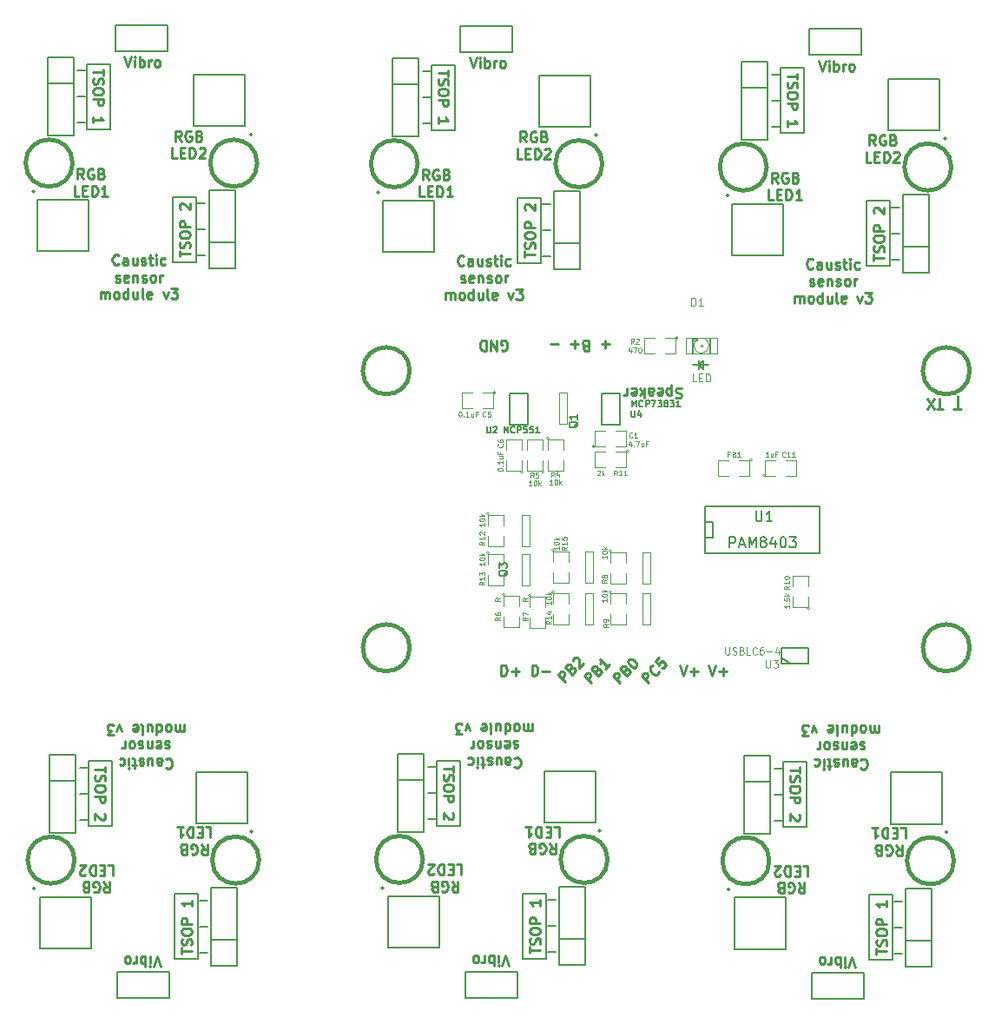
<source format=gto>
G04 (created by PCBNEW (2013-may-18)-stable) date Чт 26 май 2016 23:42:55*
%MOIN*%
G04 Gerber Fmt 3.4, Leading zero omitted, Abs format*
%FSLAX34Y34*%
G01*
G70*
G90*
G04 APERTURE LIST*
%ADD10C,0.00590551*%
%ADD11C,0.00984252*%
%ADD12C,0.00787402*%
%ADD13C,0.006*%
%ADD14C,0.015*%
%ADD15C,0.0047*%
%ADD16C,0.008*%
%ADD17C,0.0039*%
%ADD18C,0.005*%
%ADD19C,0.0026*%
%ADD20C,0.004*%
%ADD21C,0.0051*%
%ADD22C,0.0043*%
%ADD23C,0.003*%
%ADD24C,0.00393701*%
%ADD25C,0.0035*%
G04 APERTURE END LIST*
G54D10*
G54D11*
X39493Y-45878D02*
X39512Y-45859D01*
X39568Y-45840D01*
X39606Y-45840D01*
X39662Y-45859D01*
X39699Y-45896D01*
X39718Y-45934D01*
X39737Y-46009D01*
X39737Y-46065D01*
X39718Y-46140D01*
X39699Y-46178D01*
X39662Y-46215D01*
X39606Y-46234D01*
X39568Y-46234D01*
X39512Y-46215D01*
X39493Y-46196D01*
X39156Y-45840D02*
X39156Y-46046D01*
X39174Y-46084D01*
X39212Y-46103D01*
X39287Y-46103D01*
X39324Y-46084D01*
X39156Y-45859D02*
X39193Y-45840D01*
X39287Y-45840D01*
X39324Y-45859D01*
X39343Y-45896D01*
X39343Y-45934D01*
X39324Y-45971D01*
X39287Y-45990D01*
X39193Y-45990D01*
X39156Y-46009D01*
X38799Y-46103D02*
X38799Y-45840D01*
X38968Y-46103D02*
X38968Y-45896D01*
X38949Y-45859D01*
X38912Y-45840D01*
X38856Y-45840D01*
X38818Y-45859D01*
X38799Y-45878D01*
X38631Y-45859D02*
X38593Y-45840D01*
X38518Y-45840D01*
X38481Y-45859D01*
X38462Y-45896D01*
X38462Y-45915D01*
X38481Y-45953D01*
X38518Y-45971D01*
X38575Y-45971D01*
X38612Y-45990D01*
X38631Y-46028D01*
X38631Y-46046D01*
X38612Y-46084D01*
X38575Y-46103D01*
X38518Y-46103D01*
X38481Y-46084D01*
X38350Y-46103D02*
X38200Y-46103D01*
X38293Y-46234D02*
X38293Y-45896D01*
X38275Y-45859D01*
X38237Y-45840D01*
X38200Y-45840D01*
X38068Y-45840D02*
X38068Y-46103D01*
X38068Y-46234D02*
X38087Y-46215D01*
X38068Y-46196D01*
X38050Y-46215D01*
X38068Y-46234D01*
X38068Y-46196D01*
X37712Y-45859D02*
X37750Y-45840D01*
X37825Y-45840D01*
X37862Y-45859D01*
X37881Y-45878D01*
X37900Y-45915D01*
X37900Y-46028D01*
X37881Y-46065D01*
X37862Y-46084D01*
X37825Y-46103D01*
X37750Y-46103D01*
X37712Y-46084D01*
X39615Y-45209D02*
X39578Y-45191D01*
X39503Y-45191D01*
X39465Y-45209D01*
X39446Y-45247D01*
X39446Y-45266D01*
X39465Y-45303D01*
X39503Y-45322D01*
X39559Y-45322D01*
X39596Y-45341D01*
X39615Y-45378D01*
X39615Y-45397D01*
X39596Y-45434D01*
X39559Y-45453D01*
X39503Y-45453D01*
X39465Y-45434D01*
X39128Y-45209D02*
X39165Y-45191D01*
X39240Y-45191D01*
X39278Y-45209D01*
X39296Y-45247D01*
X39296Y-45397D01*
X39278Y-45434D01*
X39240Y-45453D01*
X39165Y-45453D01*
X39128Y-45434D01*
X39109Y-45397D01*
X39109Y-45359D01*
X39296Y-45322D01*
X38940Y-45453D02*
X38940Y-45191D01*
X38940Y-45416D02*
X38921Y-45434D01*
X38884Y-45453D01*
X38828Y-45453D01*
X38790Y-45434D01*
X38771Y-45397D01*
X38771Y-45191D01*
X38603Y-45209D02*
X38565Y-45191D01*
X38490Y-45191D01*
X38453Y-45209D01*
X38434Y-45247D01*
X38434Y-45266D01*
X38453Y-45303D01*
X38490Y-45322D01*
X38546Y-45322D01*
X38584Y-45341D01*
X38603Y-45378D01*
X38603Y-45397D01*
X38584Y-45434D01*
X38546Y-45453D01*
X38490Y-45453D01*
X38453Y-45434D01*
X38209Y-45191D02*
X38246Y-45209D01*
X38265Y-45228D01*
X38284Y-45266D01*
X38284Y-45378D01*
X38265Y-45416D01*
X38246Y-45434D01*
X38209Y-45453D01*
X38153Y-45453D01*
X38115Y-45434D01*
X38096Y-45416D01*
X38078Y-45378D01*
X38078Y-45266D01*
X38096Y-45228D01*
X38115Y-45209D01*
X38153Y-45191D01*
X38209Y-45191D01*
X37909Y-45191D02*
X37909Y-45453D01*
X37909Y-45378D02*
X37890Y-45416D01*
X37871Y-45434D01*
X37834Y-45453D01*
X37796Y-45453D01*
X40187Y-44541D02*
X40187Y-44803D01*
X40187Y-44766D02*
X40168Y-44785D01*
X40131Y-44803D01*
X40074Y-44803D01*
X40037Y-44785D01*
X40018Y-44747D01*
X40018Y-44541D01*
X40018Y-44747D02*
X39999Y-44785D01*
X39962Y-44803D01*
X39906Y-44803D01*
X39868Y-44785D01*
X39849Y-44747D01*
X39849Y-44541D01*
X39606Y-44541D02*
X39643Y-44560D01*
X39662Y-44578D01*
X39681Y-44616D01*
X39681Y-44728D01*
X39662Y-44766D01*
X39643Y-44785D01*
X39606Y-44803D01*
X39549Y-44803D01*
X39512Y-44785D01*
X39493Y-44766D01*
X39474Y-44728D01*
X39474Y-44616D01*
X39493Y-44578D01*
X39512Y-44560D01*
X39549Y-44541D01*
X39606Y-44541D01*
X39137Y-44541D02*
X39137Y-44935D01*
X39137Y-44560D02*
X39174Y-44541D01*
X39249Y-44541D01*
X39287Y-44560D01*
X39306Y-44578D01*
X39324Y-44616D01*
X39324Y-44728D01*
X39306Y-44766D01*
X39287Y-44785D01*
X39249Y-44803D01*
X39174Y-44803D01*
X39137Y-44785D01*
X38781Y-44803D02*
X38781Y-44541D01*
X38949Y-44803D02*
X38949Y-44597D01*
X38931Y-44560D01*
X38893Y-44541D01*
X38837Y-44541D01*
X38799Y-44560D01*
X38781Y-44578D01*
X38537Y-44541D02*
X38575Y-44560D01*
X38593Y-44597D01*
X38593Y-44935D01*
X38237Y-44560D02*
X38275Y-44541D01*
X38350Y-44541D01*
X38387Y-44560D01*
X38406Y-44597D01*
X38406Y-44747D01*
X38387Y-44785D01*
X38350Y-44803D01*
X38275Y-44803D01*
X38237Y-44785D01*
X38218Y-44747D01*
X38218Y-44710D01*
X38406Y-44672D01*
X37787Y-44803D02*
X37693Y-44541D01*
X37600Y-44803D01*
X37487Y-44935D02*
X37243Y-44935D01*
X37375Y-44785D01*
X37318Y-44785D01*
X37281Y-44766D01*
X37262Y-44747D01*
X37243Y-44710D01*
X37243Y-44616D01*
X37262Y-44578D01*
X37281Y-44560D01*
X37318Y-44541D01*
X37431Y-44541D01*
X37468Y-44560D01*
X37487Y-44578D01*
X37096Y-50590D02*
X37228Y-50778D01*
X37321Y-50590D02*
X37321Y-50984D01*
X37171Y-50984D01*
X37134Y-50965D01*
X37115Y-50946D01*
X37096Y-50909D01*
X37096Y-50853D01*
X37115Y-50815D01*
X37134Y-50796D01*
X37171Y-50778D01*
X37321Y-50778D01*
X36721Y-50965D02*
X36759Y-50984D01*
X36815Y-50984D01*
X36871Y-50965D01*
X36909Y-50928D01*
X36928Y-50890D01*
X36946Y-50815D01*
X36946Y-50759D01*
X36928Y-50684D01*
X36909Y-50646D01*
X36871Y-50609D01*
X36815Y-50590D01*
X36778Y-50590D01*
X36721Y-50609D01*
X36703Y-50628D01*
X36703Y-50759D01*
X36778Y-50759D01*
X36403Y-50796D02*
X36346Y-50778D01*
X36328Y-50759D01*
X36309Y-50721D01*
X36309Y-50665D01*
X36328Y-50628D01*
X36346Y-50609D01*
X36384Y-50590D01*
X36534Y-50590D01*
X36534Y-50984D01*
X36403Y-50984D01*
X36365Y-50965D01*
X36346Y-50946D01*
X36328Y-50909D01*
X36328Y-50871D01*
X36346Y-50834D01*
X36365Y-50815D01*
X36403Y-50796D01*
X36534Y-50796D01*
X37265Y-49941D02*
X37453Y-49941D01*
X37453Y-50334D01*
X37134Y-50147D02*
X37003Y-50147D01*
X36946Y-49941D02*
X37134Y-49941D01*
X37134Y-50334D01*
X36946Y-50334D01*
X36778Y-49941D02*
X36778Y-50334D01*
X36684Y-50334D01*
X36628Y-50315D01*
X36590Y-50278D01*
X36571Y-50241D01*
X36553Y-50166D01*
X36553Y-50109D01*
X36571Y-50034D01*
X36590Y-49997D01*
X36628Y-49959D01*
X36684Y-49941D01*
X36778Y-49941D01*
X36403Y-50297D02*
X36384Y-50315D01*
X36346Y-50334D01*
X36253Y-50334D01*
X36215Y-50315D01*
X36196Y-50297D01*
X36178Y-50259D01*
X36178Y-50222D01*
X36196Y-50166D01*
X36421Y-49941D01*
X36178Y-49941D01*
X40846Y-49140D02*
X40978Y-49328D01*
X41071Y-49140D02*
X41071Y-49534D01*
X40921Y-49534D01*
X40884Y-49515D01*
X40865Y-49496D01*
X40846Y-49459D01*
X40846Y-49403D01*
X40865Y-49365D01*
X40884Y-49346D01*
X40921Y-49328D01*
X41071Y-49328D01*
X40471Y-49515D02*
X40509Y-49534D01*
X40565Y-49534D01*
X40621Y-49515D01*
X40659Y-49478D01*
X40678Y-49440D01*
X40696Y-49365D01*
X40696Y-49309D01*
X40678Y-49234D01*
X40659Y-49196D01*
X40621Y-49159D01*
X40565Y-49140D01*
X40528Y-49140D01*
X40471Y-49159D01*
X40453Y-49178D01*
X40453Y-49309D01*
X40528Y-49309D01*
X40153Y-49346D02*
X40096Y-49328D01*
X40078Y-49309D01*
X40059Y-49271D01*
X40059Y-49215D01*
X40078Y-49178D01*
X40096Y-49159D01*
X40134Y-49140D01*
X40284Y-49140D01*
X40284Y-49534D01*
X40153Y-49534D01*
X40115Y-49515D01*
X40096Y-49496D01*
X40078Y-49459D01*
X40078Y-49421D01*
X40096Y-49384D01*
X40115Y-49365D01*
X40153Y-49346D01*
X40284Y-49346D01*
X41015Y-48491D02*
X41203Y-48491D01*
X41203Y-48884D01*
X40884Y-48697D02*
X40753Y-48697D01*
X40696Y-48491D02*
X40884Y-48491D01*
X40884Y-48884D01*
X40696Y-48884D01*
X40528Y-48491D02*
X40528Y-48884D01*
X40434Y-48884D01*
X40378Y-48865D01*
X40340Y-48828D01*
X40321Y-48791D01*
X40303Y-48716D01*
X40303Y-48659D01*
X40321Y-48584D01*
X40340Y-48547D01*
X40378Y-48509D01*
X40434Y-48491D01*
X40528Y-48491D01*
X39928Y-48491D02*
X40153Y-48491D01*
X40040Y-48491D02*
X40040Y-48884D01*
X40078Y-48828D01*
X40115Y-48791D01*
X40153Y-48772D01*
X39278Y-53834D02*
X39146Y-53440D01*
X39015Y-53834D01*
X38884Y-53440D02*
X38884Y-53703D01*
X38884Y-53834D02*
X38903Y-53815D01*
X38884Y-53796D01*
X38865Y-53815D01*
X38884Y-53834D01*
X38884Y-53796D01*
X38696Y-53440D02*
X38696Y-53834D01*
X38696Y-53684D02*
X38659Y-53703D01*
X38584Y-53703D01*
X38546Y-53684D01*
X38528Y-53665D01*
X38509Y-53628D01*
X38509Y-53515D01*
X38528Y-53478D01*
X38546Y-53459D01*
X38584Y-53440D01*
X38659Y-53440D01*
X38696Y-53459D01*
X38340Y-53440D02*
X38340Y-53703D01*
X38340Y-53628D02*
X38321Y-53665D01*
X38303Y-53684D01*
X38265Y-53703D01*
X38228Y-53703D01*
X38040Y-53440D02*
X38078Y-53459D01*
X38096Y-53478D01*
X38115Y-53515D01*
X38115Y-53628D01*
X38096Y-53665D01*
X38078Y-53684D01*
X38040Y-53703D01*
X37984Y-53703D01*
X37946Y-53684D01*
X37928Y-53665D01*
X37909Y-53628D01*
X37909Y-53515D01*
X37928Y-53478D01*
X37946Y-53459D01*
X37984Y-53440D01*
X38040Y-53440D01*
G54D12*
X39825Y-53550D02*
X40725Y-53550D01*
X39825Y-51050D02*
X39825Y-53550D01*
X40725Y-51050D02*
X39825Y-51050D01*
X40725Y-53550D02*
X40725Y-51050D01*
G54D11*
X40090Y-53340D02*
X40090Y-53115D01*
X40484Y-53228D02*
X40090Y-53228D01*
X40465Y-53003D02*
X40484Y-52946D01*
X40484Y-52853D01*
X40465Y-52815D01*
X40446Y-52796D01*
X40409Y-52778D01*
X40371Y-52778D01*
X40334Y-52796D01*
X40315Y-52815D01*
X40296Y-52853D01*
X40278Y-52928D01*
X40259Y-52965D01*
X40240Y-52984D01*
X40203Y-53003D01*
X40165Y-53003D01*
X40128Y-52984D01*
X40109Y-52965D01*
X40090Y-52928D01*
X40090Y-52834D01*
X40109Y-52778D01*
X40090Y-52534D02*
X40090Y-52459D01*
X40109Y-52421D01*
X40146Y-52384D01*
X40221Y-52365D01*
X40353Y-52365D01*
X40428Y-52384D01*
X40465Y-52421D01*
X40484Y-52459D01*
X40484Y-52534D01*
X40465Y-52571D01*
X40428Y-52609D01*
X40353Y-52628D01*
X40221Y-52628D01*
X40146Y-52609D01*
X40109Y-52571D01*
X40090Y-52534D01*
X40484Y-52196D02*
X40090Y-52196D01*
X40090Y-52046D01*
X40109Y-52009D01*
X40128Y-51990D01*
X40165Y-51971D01*
X40221Y-51971D01*
X40259Y-51990D01*
X40278Y-52009D01*
X40296Y-52046D01*
X40296Y-52196D01*
X40484Y-51297D02*
X40484Y-51521D01*
X40484Y-51409D02*
X40090Y-51409D01*
X40146Y-51446D01*
X40184Y-51484D01*
X40203Y-51521D01*
G54D12*
X36525Y-48200D02*
X36175Y-48200D01*
X41075Y-51300D02*
X40775Y-51300D01*
X41075Y-52300D02*
X40775Y-52300D01*
X37425Y-48450D02*
X36525Y-48450D01*
X37425Y-45950D02*
X37425Y-48450D01*
X36525Y-45950D02*
X37425Y-45950D01*
X36525Y-48450D02*
X36525Y-45950D01*
G54D11*
X37159Y-46159D02*
X37159Y-46384D01*
X36765Y-46271D02*
X37159Y-46271D01*
X36784Y-46496D02*
X36765Y-46553D01*
X36765Y-46646D01*
X36784Y-46684D01*
X36803Y-46703D01*
X36840Y-46721D01*
X36878Y-46721D01*
X36915Y-46703D01*
X36934Y-46684D01*
X36953Y-46646D01*
X36971Y-46571D01*
X36990Y-46534D01*
X37009Y-46515D01*
X37046Y-46496D01*
X37084Y-46496D01*
X37121Y-46515D01*
X37140Y-46534D01*
X37159Y-46571D01*
X37159Y-46665D01*
X37140Y-46721D01*
X37159Y-46965D02*
X37159Y-47040D01*
X37140Y-47078D01*
X37103Y-47115D01*
X37028Y-47134D01*
X36896Y-47134D01*
X36821Y-47115D01*
X36784Y-47078D01*
X36765Y-47040D01*
X36765Y-46965D01*
X36784Y-46928D01*
X36821Y-46890D01*
X36896Y-46871D01*
X37028Y-46871D01*
X37103Y-46890D01*
X37140Y-46928D01*
X37159Y-46965D01*
X36765Y-47303D02*
X37159Y-47303D01*
X37159Y-47453D01*
X37140Y-47490D01*
X37121Y-47509D01*
X37084Y-47528D01*
X37028Y-47528D01*
X36990Y-47509D01*
X36971Y-47490D01*
X36953Y-47453D01*
X36953Y-47303D01*
X37121Y-47978D02*
X37140Y-47996D01*
X37159Y-48034D01*
X37159Y-48128D01*
X37140Y-48165D01*
X37121Y-48184D01*
X37084Y-48203D01*
X37046Y-48203D01*
X36990Y-48184D01*
X36765Y-47959D01*
X36765Y-48203D01*
G54D12*
X36475Y-46200D02*
X36175Y-46200D01*
X36475Y-47200D02*
X36175Y-47200D01*
X41075Y-53300D02*
X40775Y-53300D01*
X34475Y-50850D02*
G75*
G03X34475Y-50850I-50J0D01*
G74*
G01*
X42825Y-48650D02*
G75*
G03X42825Y-48650I-50J0D01*
G74*
G01*
X56200Y-48625D02*
G75*
G03X56200Y-48625I-50J0D01*
G74*
G01*
X47850Y-50825D02*
G75*
G03X47850Y-50825I-50J0D01*
G74*
G01*
X54450Y-53275D02*
X54150Y-53275D01*
X49850Y-47175D02*
X49550Y-47175D01*
X49850Y-46175D02*
X49550Y-46175D01*
G54D11*
X50534Y-46134D02*
X50534Y-46359D01*
X50140Y-46246D02*
X50534Y-46246D01*
X50159Y-46471D02*
X50140Y-46528D01*
X50140Y-46621D01*
X50159Y-46659D01*
X50178Y-46678D01*
X50215Y-46696D01*
X50253Y-46696D01*
X50290Y-46678D01*
X50309Y-46659D01*
X50328Y-46621D01*
X50346Y-46546D01*
X50365Y-46509D01*
X50384Y-46490D01*
X50421Y-46471D01*
X50459Y-46471D01*
X50496Y-46490D01*
X50515Y-46509D01*
X50534Y-46546D01*
X50534Y-46640D01*
X50515Y-46696D01*
X50534Y-46940D02*
X50534Y-47015D01*
X50515Y-47053D01*
X50478Y-47090D01*
X50403Y-47109D01*
X50271Y-47109D01*
X50196Y-47090D01*
X50159Y-47053D01*
X50140Y-47015D01*
X50140Y-46940D01*
X50159Y-46903D01*
X50196Y-46865D01*
X50271Y-46846D01*
X50403Y-46846D01*
X50478Y-46865D01*
X50515Y-46903D01*
X50534Y-46940D01*
X50140Y-47278D02*
X50534Y-47278D01*
X50534Y-47428D01*
X50515Y-47465D01*
X50496Y-47484D01*
X50459Y-47503D01*
X50403Y-47503D01*
X50365Y-47484D01*
X50346Y-47465D01*
X50328Y-47428D01*
X50328Y-47278D01*
X50496Y-47953D02*
X50515Y-47971D01*
X50534Y-48009D01*
X50534Y-48103D01*
X50515Y-48140D01*
X50496Y-48159D01*
X50459Y-48178D01*
X50421Y-48178D01*
X50365Y-48159D01*
X50140Y-47934D01*
X50140Y-48178D01*
G54D12*
X49900Y-48425D02*
X49900Y-45925D01*
X49900Y-45925D02*
X50800Y-45925D01*
X50800Y-45925D02*
X50800Y-48425D01*
X50800Y-48425D02*
X49900Y-48425D01*
X54450Y-52275D02*
X54150Y-52275D01*
X54450Y-51275D02*
X54150Y-51275D01*
X49900Y-48175D02*
X49550Y-48175D01*
G54D11*
X53465Y-53315D02*
X53465Y-53090D01*
X53859Y-53203D02*
X53465Y-53203D01*
X53840Y-52978D02*
X53859Y-52921D01*
X53859Y-52828D01*
X53840Y-52790D01*
X53821Y-52771D01*
X53784Y-52753D01*
X53746Y-52753D01*
X53709Y-52771D01*
X53690Y-52790D01*
X53671Y-52828D01*
X53653Y-52903D01*
X53634Y-52940D01*
X53615Y-52959D01*
X53578Y-52978D01*
X53540Y-52978D01*
X53503Y-52959D01*
X53484Y-52940D01*
X53465Y-52903D01*
X53465Y-52809D01*
X53484Y-52753D01*
X53465Y-52509D02*
X53465Y-52434D01*
X53484Y-52396D01*
X53521Y-52359D01*
X53596Y-52340D01*
X53728Y-52340D01*
X53803Y-52359D01*
X53840Y-52396D01*
X53859Y-52434D01*
X53859Y-52509D01*
X53840Y-52546D01*
X53803Y-52584D01*
X53728Y-52603D01*
X53596Y-52603D01*
X53521Y-52584D01*
X53484Y-52546D01*
X53465Y-52509D01*
X53859Y-52171D02*
X53465Y-52171D01*
X53465Y-52021D01*
X53484Y-51984D01*
X53503Y-51965D01*
X53540Y-51946D01*
X53596Y-51946D01*
X53634Y-51965D01*
X53653Y-51984D01*
X53671Y-52021D01*
X53671Y-52171D01*
X53859Y-51272D02*
X53859Y-51496D01*
X53859Y-51384D02*
X53465Y-51384D01*
X53521Y-51421D01*
X53559Y-51459D01*
X53578Y-51496D01*
G54D12*
X54100Y-53525D02*
X54100Y-51025D01*
X54100Y-51025D02*
X53200Y-51025D01*
X53200Y-51025D02*
X53200Y-53525D01*
X53200Y-53525D02*
X54100Y-53525D01*
G54D11*
X52653Y-53809D02*
X52521Y-53415D01*
X52390Y-53809D01*
X52259Y-53415D02*
X52259Y-53678D01*
X52259Y-53809D02*
X52278Y-53790D01*
X52259Y-53771D01*
X52240Y-53790D01*
X52259Y-53809D01*
X52259Y-53771D01*
X52071Y-53415D02*
X52071Y-53809D01*
X52071Y-53659D02*
X52034Y-53678D01*
X51959Y-53678D01*
X51921Y-53659D01*
X51903Y-53640D01*
X51884Y-53603D01*
X51884Y-53490D01*
X51903Y-53453D01*
X51921Y-53434D01*
X51959Y-53415D01*
X52034Y-53415D01*
X52071Y-53434D01*
X51715Y-53415D02*
X51715Y-53678D01*
X51715Y-53603D02*
X51696Y-53640D01*
X51678Y-53659D01*
X51640Y-53678D01*
X51603Y-53678D01*
X51415Y-53415D02*
X51453Y-53434D01*
X51471Y-53453D01*
X51490Y-53490D01*
X51490Y-53603D01*
X51471Y-53640D01*
X51453Y-53659D01*
X51415Y-53678D01*
X51359Y-53678D01*
X51321Y-53659D01*
X51303Y-53640D01*
X51284Y-53603D01*
X51284Y-53490D01*
X51303Y-53453D01*
X51321Y-53434D01*
X51359Y-53415D01*
X51415Y-53415D01*
X54221Y-49115D02*
X54353Y-49303D01*
X54446Y-49115D02*
X54446Y-49509D01*
X54296Y-49509D01*
X54259Y-49490D01*
X54240Y-49471D01*
X54221Y-49434D01*
X54221Y-49378D01*
X54240Y-49340D01*
X54259Y-49321D01*
X54296Y-49303D01*
X54446Y-49303D01*
X53846Y-49490D02*
X53884Y-49509D01*
X53940Y-49509D01*
X53996Y-49490D01*
X54034Y-49453D01*
X54053Y-49415D01*
X54071Y-49340D01*
X54071Y-49284D01*
X54053Y-49209D01*
X54034Y-49171D01*
X53996Y-49134D01*
X53940Y-49115D01*
X53903Y-49115D01*
X53846Y-49134D01*
X53828Y-49153D01*
X53828Y-49284D01*
X53903Y-49284D01*
X53528Y-49321D02*
X53471Y-49303D01*
X53453Y-49284D01*
X53434Y-49246D01*
X53434Y-49190D01*
X53453Y-49153D01*
X53471Y-49134D01*
X53509Y-49115D01*
X53659Y-49115D01*
X53659Y-49509D01*
X53528Y-49509D01*
X53490Y-49490D01*
X53471Y-49471D01*
X53453Y-49434D01*
X53453Y-49396D01*
X53471Y-49359D01*
X53490Y-49340D01*
X53528Y-49321D01*
X53659Y-49321D01*
X54390Y-48466D02*
X54578Y-48466D01*
X54578Y-48859D01*
X54259Y-48672D02*
X54128Y-48672D01*
X54071Y-48466D02*
X54259Y-48466D01*
X54259Y-48859D01*
X54071Y-48859D01*
X53903Y-48466D02*
X53903Y-48859D01*
X53809Y-48859D01*
X53753Y-48840D01*
X53715Y-48803D01*
X53696Y-48766D01*
X53678Y-48691D01*
X53678Y-48634D01*
X53696Y-48559D01*
X53715Y-48522D01*
X53753Y-48484D01*
X53809Y-48466D01*
X53903Y-48466D01*
X53303Y-48466D02*
X53528Y-48466D01*
X53415Y-48466D02*
X53415Y-48859D01*
X53453Y-48803D01*
X53490Y-48766D01*
X53528Y-48747D01*
X50471Y-50565D02*
X50603Y-50753D01*
X50696Y-50565D02*
X50696Y-50959D01*
X50546Y-50959D01*
X50509Y-50940D01*
X50490Y-50921D01*
X50471Y-50884D01*
X50471Y-50828D01*
X50490Y-50790D01*
X50509Y-50771D01*
X50546Y-50753D01*
X50696Y-50753D01*
X50096Y-50940D02*
X50134Y-50959D01*
X50190Y-50959D01*
X50246Y-50940D01*
X50284Y-50903D01*
X50303Y-50865D01*
X50321Y-50790D01*
X50321Y-50734D01*
X50303Y-50659D01*
X50284Y-50621D01*
X50246Y-50584D01*
X50190Y-50565D01*
X50153Y-50565D01*
X50096Y-50584D01*
X50078Y-50603D01*
X50078Y-50734D01*
X50153Y-50734D01*
X49778Y-50771D02*
X49721Y-50753D01*
X49703Y-50734D01*
X49684Y-50696D01*
X49684Y-50640D01*
X49703Y-50603D01*
X49721Y-50584D01*
X49759Y-50565D01*
X49909Y-50565D01*
X49909Y-50959D01*
X49778Y-50959D01*
X49740Y-50940D01*
X49721Y-50921D01*
X49703Y-50884D01*
X49703Y-50846D01*
X49721Y-50809D01*
X49740Y-50790D01*
X49778Y-50771D01*
X49909Y-50771D01*
X50640Y-49916D02*
X50828Y-49916D01*
X50828Y-50309D01*
X50509Y-50122D02*
X50378Y-50122D01*
X50321Y-49916D02*
X50509Y-49916D01*
X50509Y-50309D01*
X50321Y-50309D01*
X50153Y-49916D02*
X50153Y-50309D01*
X50059Y-50309D01*
X50003Y-50290D01*
X49965Y-50253D01*
X49946Y-50216D01*
X49928Y-50141D01*
X49928Y-50084D01*
X49946Y-50009D01*
X49965Y-49972D01*
X50003Y-49934D01*
X50059Y-49916D01*
X50153Y-49916D01*
X49778Y-50272D02*
X49759Y-50290D01*
X49721Y-50309D01*
X49628Y-50309D01*
X49590Y-50290D01*
X49571Y-50272D01*
X49553Y-50234D01*
X49553Y-50197D01*
X49571Y-50141D01*
X49796Y-49916D01*
X49553Y-49916D01*
X52868Y-45853D02*
X52887Y-45834D01*
X52943Y-45815D01*
X52981Y-45815D01*
X53037Y-45834D01*
X53074Y-45871D01*
X53093Y-45909D01*
X53112Y-45984D01*
X53112Y-46040D01*
X53093Y-46115D01*
X53074Y-46153D01*
X53037Y-46190D01*
X52981Y-46209D01*
X52943Y-46209D01*
X52887Y-46190D01*
X52868Y-46171D01*
X52531Y-45815D02*
X52531Y-46021D01*
X52549Y-46059D01*
X52587Y-46078D01*
X52662Y-46078D01*
X52699Y-46059D01*
X52531Y-45834D02*
X52568Y-45815D01*
X52662Y-45815D01*
X52699Y-45834D01*
X52718Y-45871D01*
X52718Y-45909D01*
X52699Y-45946D01*
X52662Y-45965D01*
X52568Y-45965D01*
X52531Y-45984D01*
X52174Y-46078D02*
X52174Y-45815D01*
X52343Y-46078D02*
X52343Y-45871D01*
X52324Y-45834D01*
X52287Y-45815D01*
X52231Y-45815D01*
X52193Y-45834D01*
X52174Y-45853D01*
X52006Y-45834D02*
X51968Y-45815D01*
X51893Y-45815D01*
X51856Y-45834D01*
X51837Y-45871D01*
X51837Y-45890D01*
X51856Y-45928D01*
X51893Y-45946D01*
X51950Y-45946D01*
X51987Y-45965D01*
X52006Y-46003D01*
X52006Y-46021D01*
X51987Y-46059D01*
X51950Y-46078D01*
X51893Y-46078D01*
X51856Y-46059D01*
X51725Y-46078D02*
X51575Y-46078D01*
X51668Y-46209D02*
X51668Y-45871D01*
X51650Y-45834D01*
X51612Y-45815D01*
X51575Y-45815D01*
X51443Y-45815D02*
X51443Y-46078D01*
X51443Y-46209D02*
X51462Y-46190D01*
X51443Y-46171D01*
X51425Y-46190D01*
X51443Y-46209D01*
X51443Y-46171D01*
X51087Y-45834D02*
X51125Y-45815D01*
X51200Y-45815D01*
X51237Y-45834D01*
X51256Y-45853D01*
X51275Y-45890D01*
X51275Y-46003D01*
X51256Y-46040D01*
X51237Y-46059D01*
X51200Y-46078D01*
X51125Y-46078D01*
X51087Y-46059D01*
X52990Y-45184D02*
X52953Y-45166D01*
X52878Y-45166D01*
X52840Y-45184D01*
X52821Y-45222D01*
X52821Y-45241D01*
X52840Y-45278D01*
X52878Y-45297D01*
X52934Y-45297D01*
X52971Y-45316D01*
X52990Y-45353D01*
X52990Y-45372D01*
X52971Y-45409D01*
X52934Y-45428D01*
X52878Y-45428D01*
X52840Y-45409D01*
X52503Y-45184D02*
X52540Y-45166D01*
X52615Y-45166D01*
X52653Y-45184D01*
X52671Y-45222D01*
X52671Y-45372D01*
X52653Y-45409D01*
X52615Y-45428D01*
X52540Y-45428D01*
X52503Y-45409D01*
X52484Y-45372D01*
X52484Y-45334D01*
X52671Y-45297D01*
X52315Y-45428D02*
X52315Y-45166D01*
X52315Y-45391D02*
X52296Y-45409D01*
X52259Y-45428D01*
X52203Y-45428D01*
X52165Y-45409D01*
X52146Y-45372D01*
X52146Y-45166D01*
X51978Y-45184D02*
X51940Y-45166D01*
X51865Y-45166D01*
X51828Y-45184D01*
X51809Y-45222D01*
X51809Y-45241D01*
X51828Y-45278D01*
X51865Y-45297D01*
X51921Y-45297D01*
X51959Y-45316D01*
X51978Y-45353D01*
X51978Y-45372D01*
X51959Y-45409D01*
X51921Y-45428D01*
X51865Y-45428D01*
X51828Y-45409D01*
X51584Y-45166D02*
X51621Y-45184D01*
X51640Y-45203D01*
X51659Y-45241D01*
X51659Y-45353D01*
X51640Y-45391D01*
X51621Y-45409D01*
X51584Y-45428D01*
X51528Y-45428D01*
X51490Y-45409D01*
X51471Y-45391D01*
X51453Y-45353D01*
X51453Y-45241D01*
X51471Y-45203D01*
X51490Y-45184D01*
X51528Y-45166D01*
X51584Y-45166D01*
X51284Y-45166D02*
X51284Y-45428D01*
X51284Y-45353D02*
X51265Y-45391D01*
X51246Y-45409D01*
X51209Y-45428D01*
X51171Y-45428D01*
X53562Y-44516D02*
X53562Y-44778D01*
X53562Y-44741D02*
X53543Y-44760D01*
X53506Y-44778D01*
X53449Y-44778D01*
X53412Y-44760D01*
X53393Y-44722D01*
X53393Y-44516D01*
X53393Y-44722D02*
X53374Y-44760D01*
X53337Y-44778D01*
X53281Y-44778D01*
X53243Y-44760D01*
X53224Y-44722D01*
X53224Y-44516D01*
X52981Y-44516D02*
X53018Y-44535D01*
X53037Y-44553D01*
X53056Y-44591D01*
X53056Y-44703D01*
X53037Y-44741D01*
X53018Y-44760D01*
X52981Y-44778D01*
X52924Y-44778D01*
X52887Y-44760D01*
X52868Y-44741D01*
X52849Y-44703D01*
X52849Y-44591D01*
X52868Y-44553D01*
X52887Y-44535D01*
X52924Y-44516D01*
X52981Y-44516D01*
X52512Y-44516D02*
X52512Y-44910D01*
X52512Y-44535D02*
X52549Y-44516D01*
X52624Y-44516D01*
X52662Y-44535D01*
X52681Y-44553D01*
X52699Y-44591D01*
X52699Y-44703D01*
X52681Y-44741D01*
X52662Y-44760D01*
X52624Y-44778D01*
X52549Y-44778D01*
X52512Y-44760D01*
X52156Y-44778D02*
X52156Y-44516D01*
X52324Y-44778D02*
X52324Y-44572D01*
X52306Y-44535D01*
X52268Y-44516D01*
X52212Y-44516D01*
X52174Y-44535D01*
X52156Y-44553D01*
X51912Y-44516D02*
X51950Y-44535D01*
X51968Y-44572D01*
X51968Y-44910D01*
X51612Y-44535D02*
X51650Y-44516D01*
X51725Y-44516D01*
X51762Y-44535D01*
X51781Y-44572D01*
X51781Y-44722D01*
X51762Y-44760D01*
X51725Y-44778D01*
X51650Y-44778D01*
X51612Y-44760D01*
X51593Y-44722D01*
X51593Y-44685D01*
X51781Y-44647D01*
X51162Y-44778D02*
X51068Y-44516D01*
X50975Y-44778D01*
X50862Y-44910D02*
X50618Y-44910D01*
X50750Y-44760D01*
X50693Y-44760D01*
X50656Y-44741D01*
X50637Y-44722D01*
X50618Y-44685D01*
X50618Y-44591D01*
X50637Y-44553D01*
X50656Y-44535D01*
X50693Y-44516D01*
X50806Y-44516D01*
X50843Y-44535D01*
X50862Y-44553D01*
X66168Y-45903D02*
X66187Y-45884D01*
X66243Y-45865D01*
X66281Y-45865D01*
X66337Y-45884D01*
X66374Y-45921D01*
X66393Y-45959D01*
X66412Y-46034D01*
X66412Y-46090D01*
X66393Y-46165D01*
X66374Y-46203D01*
X66337Y-46240D01*
X66281Y-46259D01*
X66243Y-46259D01*
X66187Y-46240D01*
X66168Y-46221D01*
X65831Y-45865D02*
X65831Y-46071D01*
X65849Y-46109D01*
X65887Y-46128D01*
X65962Y-46128D01*
X65999Y-46109D01*
X65831Y-45884D02*
X65868Y-45865D01*
X65962Y-45865D01*
X65999Y-45884D01*
X66018Y-45921D01*
X66018Y-45959D01*
X65999Y-45996D01*
X65962Y-46015D01*
X65868Y-46015D01*
X65831Y-46034D01*
X65474Y-46128D02*
X65474Y-45865D01*
X65643Y-46128D02*
X65643Y-45921D01*
X65624Y-45884D01*
X65587Y-45865D01*
X65531Y-45865D01*
X65493Y-45884D01*
X65474Y-45903D01*
X65306Y-45884D02*
X65268Y-45865D01*
X65193Y-45865D01*
X65156Y-45884D01*
X65137Y-45921D01*
X65137Y-45940D01*
X65156Y-45978D01*
X65193Y-45996D01*
X65250Y-45996D01*
X65287Y-46015D01*
X65306Y-46053D01*
X65306Y-46071D01*
X65287Y-46109D01*
X65250Y-46128D01*
X65193Y-46128D01*
X65156Y-46109D01*
X65025Y-46128D02*
X64875Y-46128D01*
X64968Y-46259D02*
X64968Y-45921D01*
X64950Y-45884D01*
X64912Y-45865D01*
X64875Y-45865D01*
X64743Y-45865D02*
X64743Y-46128D01*
X64743Y-46259D02*
X64762Y-46240D01*
X64743Y-46221D01*
X64725Y-46240D01*
X64743Y-46259D01*
X64743Y-46221D01*
X64387Y-45884D02*
X64425Y-45865D01*
X64500Y-45865D01*
X64537Y-45884D01*
X64556Y-45903D01*
X64575Y-45940D01*
X64575Y-46053D01*
X64556Y-46090D01*
X64537Y-46109D01*
X64500Y-46128D01*
X64425Y-46128D01*
X64387Y-46109D01*
X66290Y-45234D02*
X66253Y-45216D01*
X66178Y-45216D01*
X66140Y-45234D01*
X66121Y-45272D01*
X66121Y-45291D01*
X66140Y-45328D01*
X66178Y-45347D01*
X66234Y-45347D01*
X66271Y-45366D01*
X66290Y-45403D01*
X66290Y-45422D01*
X66271Y-45459D01*
X66234Y-45478D01*
X66178Y-45478D01*
X66140Y-45459D01*
X65803Y-45234D02*
X65840Y-45216D01*
X65915Y-45216D01*
X65953Y-45234D01*
X65971Y-45272D01*
X65971Y-45422D01*
X65953Y-45459D01*
X65915Y-45478D01*
X65840Y-45478D01*
X65803Y-45459D01*
X65784Y-45422D01*
X65784Y-45384D01*
X65971Y-45347D01*
X65615Y-45478D02*
X65615Y-45216D01*
X65615Y-45441D02*
X65596Y-45459D01*
X65559Y-45478D01*
X65503Y-45478D01*
X65465Y-45459D01*
X65446Y-45422D01*
X65446Y-45216D01*
X65278Y-45234D02*
X65240Y-45216D01*
X65165Y-45216D01*
X65128Y-45234D01*
X65109Y-45272D01*
X65109Y-45291D01*
X65128Y-45328D01*
X65165Y-45347D01*
X65221Y-45347D01*
X65259Y-45366D01*
X65278Y-45403D01*
X65278Y-45422D01*
X65259Y-45459D01*
X65221Y-45478D01*
X65165Y-45478D01*
X65128Y-45459D01*
X64884Y-45216D02*
X64921Y-45234D01*
X64940Y-45253D01*
X64959Y-45291D01*
X64959Y-45403D01*
X64940Y-45441D01*
X64921Y-45459D01*
X64884Y-45478D01*
X64828Y-45478D01*
X64790Y-45459D01*
X64771Y-45441D01*
X64753Y-45403D01*
X64753Y-45291D01*
X64771Y-45253D01*
X64790Y-45234D01*
X64828Y-45216D01*
X64884Y-45216D01*
X64584Y-45216D02*
X64584Y-45478D01*
X64584Y-45403D02*
X64565Y-45441D01*
X64546Y-45459D01*
X64509Y-45478D01*
X64471Y-45478D01*
X66862Y-44566D02*
X66862Y-44828D01*
X66862Y-44791D02*
X66843Y-44810D01*
X66806Y-44828D01*
X66749Y-44828D01*
X66712Y-44810D01*
X66693Y-44772D01*
X66693Y-44566D01*
X66693Y-44772D02*
X66674Y-44810D01*
X66637Y-44828D01*
X66581Y-44828D01*
X66543Y-44810D01*
X66524Y-44772D01*
X66524Y-44566D01*
X66281Y-44566D02*
X66318Y-44585D01*
X66337Y-44603D01*
X66356Y-44641D01*
X66356Y-44753D01*
X66337Y-44791D01*
X66318Y-44810D01*
X66281Y-44828D01*
X66224Y-44828D01*
X66187Y-44810D01*
X66168Y-44791D01*
X66149Y-44753D01*
X66149Y-44641D01*
X66168Y-44603D01*
X66187Y-44585D01*
X66224Y-44566D01*
X66281Y-44566D01*
X65812Y-44566D02*
X65812Y-44960D01*
X65812Y-44585D02*
X65849Y-44566D01*
X65924Y-44566D01*
X65962Y-44585D01*
X65981Y-44603D01*
X65999Y-44641D01*
X65999Y-44753D01*
X65981Y-44791D01*
X65962Y-44810D01*
X65924Y-44828D01*
X65849Y-44828D01*
X65812Y-44810D01*
X65456Y-44828D02*
X65456Y-44566D01*
X65624Y-44828D02*
X65624Y-44622D01*
X65606Y-44585D01*
X65568Y-44566D01*
X65512Y-44566D01*
X65474Y-44585D01*
X65456Y-44603D01*
X65212Y-44566D02*
X65250Y-44585D01*
X65268Y-44622D01*
X65268Y-44960D01*
X64912Y-44585D02*
X64950Y-44566D01*
X65025Y-44566D01*
X65062Y-44585D01*
X65081Y-44622D01*
X65081Y-44772D01*
X65062Y-44810D01*
X65025Y-44828D01*
X64950Y-44828D01*
X64912Y-44810D01*
X64893Y-44772D01*
X64893Y-44735D01*
X65081Y-44697D01*
X64462Y-44828D02*
X64368Y-44566D01*
X64275Y-44828D01*
X64162Y-44960D02*
X63918Y-44960D01*
X64050Y-44810D01*
X63993Y-44810D01*
X63956Y-44791D01*
X63937Y-44772D01*
X63918Y-44735D01*
X63918Y-44641D01*
X63937Y-44603D01*
X63956Y-44585D01*
X63993Y-44566D01*
X64106Y-44566D01*
X64143Y-44585D01*
X64162Y-44603D01*
X63771Y-50615D02*
X63903Y-50803D01*
X63996Y-50615D02*
X63996Y-51009D01*
X63846Y-51009D01*
X63809Y-50990D01*
X63790Y-50971D01*
X63771Y-50934D01*
X63771Y-50878D01*
X63790Y-50840D01*
X63809Y-50821D01*
X63846Y-50803D01*
X63996Y-50803D01*
X63396Y-50990D02*
X63434Y-51009D01*
X63490Y-51009D01*
X63546Y-50990D01*
X63584Y-50953D01*
X63603Y-50915D01*
X63621Y-50840D01*
X63621Y-50784D01*
X63603Y-50709D01*
X63584Y-50671D01*
X63546Y-50634D01*
X63490Y-50615D01*
X63453Y-50615D01*
X63396Y-50634D01*
X63378Y-50653D01*
X63378Y-50784D01*
X63453Y-50784D01*
X63078Y-50821D02*
X63021Y-50803D01*
X63003Y-50784D01*
X62984Y-50746D01*
X62984Y-50690D01*
X63003Y-50653D01*
X63021Y-50634D01*
X63059Y-50615D01*
X63209Y-50615D01*
X63209Y-51009D01*
X63078Y-51009D01*
X63040Y-50990D01*
X63021Y-50971D01*
X63003Y-50934D01*
X63003Y-50896D01*
X63021Y-50859D01*
X63040Y-50840D01*
X63078Y-50821D01*
X63209Y-50821D01*
X63940Y-49966D02*
X64128Y-49966D01*
X64128Y-50359D01*
X63809Y-50172D02*
X63678Y-50172D01*
X63621Y-49966D02*
X63809Y-49966D01*
X63809Y-50359D01*
X63621Y-50359D01*
X63453Y-49966D02*
X63453Y-50359D01*
X63359Y-50359D01*
X63303Y-50340D01*
X63265Y-50303D01*
X63246Y-50266D01*
X63228Y-50191D01*
X63228Y-50134D01*
X63246Y-50059D01*
X63265Y-50022D01*
X63303Y-49984D01*
X63359Y-49966D01*
X63453Y-49966D01*
X63078Y-50322D02*
X63059Y-50340D01*
X63021Y-50359D01*
X62928Y-50359D01*
X62890Y-50340D01*
X62871Y-50322D01*
X62853Y-50284D01*
X62853Y-50247D01*
X62871Y-50191D01*
X63096Y-49966D01*
X62853Y-49966D01*
X67521Y-49165D02*
X67653Y-49353D01*
X67746Y-49165D02*
X67746Y-49559D01*
X67596Y-49559D01*
X67559Y-49540D01*
X67540Y-49521D01*
X67521Y-49484D01*
X67521Y-49428D01*
X67540Y-49390D01*
X67559Y-49371D01*
X67596Y-49353D01*
X67746Y-49353D01*
X67146Y-49540D02*
X67184Y-49559D01*
X67240Y-49559D01*
X67296Y-49540D01*
X67334Y-49503D01*
X67353Y-49465D01*
X67371Y-49390D01*
X67371Y-49334D01*
X67353Y-49259D01*
X67334Y-49221D01*
X67296Y-49184D01*
X67240Y-49165D01*
X67203Y-49165D01*
X67146Y-49184D01*
X67128Y-49203D01*
X67128Y-49334D01*
X67203Y-49334D01*
X66828Y-49371D02*
X66771Y-49353D01*
X66753Y-49334D01*
X66734Y-49296D01*
X66734Y-49240D01*
X66753Y-49203D01*
X66771Y-49184D01*
X66809Y-49165D01*
X66959Y-49165D01*
X66959Y-49559D01*
X66828Y-49559D01*
X66790Y-49540D01*
X66771Y-49521D01*
X66753Y-49484D01*
X66753Y-49446D01*
X66771Y-49409D01*
X66790Y-49390D01*
X66828Y-49371D01*
X66959Y-49371D01*
X67690Y-48516D02*
X67878Y-48516D01*
X67878Y-48909D01*
X67559Y-48722D02*
X67428Y-48722D01*
X67371Y-48516D02*
X67559Y-48516D01*
X67559Y-48909D01*
X67371Y-48909D01*
X67203Y-48516D02*
X67203Y-48909D01*
X67109Y-48909D01*
X67053Y-48890D01*
X67015Y-48853D01*
X66996Y-48816D01*
X66978Y-48741D01*
X66978Y-48684D01*
X66996Y-48609D01*
X67015Y-48572D01*
X67053Y-48534D01*
X67109Y-48516D01*
X67203Y-48516D01*
X66603Y-48516D02*
X66828Y-48516D01*
X66715Y-48516D02*
X66715Y-48909D01*
X66753Y-48853D01*
X66790Y-48816D01*
X66828Y-48797D01*
X65953Y-53859D02*
X65821Y-53465D01*
X65690Y-53859D01*
X65559Y-53465D02*
X65559Y-53728D01*
X65559Y-53859D02*
X65578Y-53840D01*
X65559Y-53821D01*
X65540Y-53840D01*
X65559Y-53859D01*
X65559Y-53821D01*
X65371Y-53465D02*
X65371Y-53859D01*
X65371Y-53709D02*
X65334Y-53728D01*
X65259Y-53728D01*
X65221Y-53709D01*
X65203Y-53690D01*
X65184Y-53653D01*
X65184Y-53540D01*
X65203Y-53503D01*
X65221Y-53484D01*
X65259Y-53465D01*
X65334Y-53465D01*
X65371Y-53484D01*
X65015Y-53465D02*
X65015Y-53728D01*
X65015Y-53653D02*
X64996Y-53690D01*
X64978Y-53709D01*
X64940Y-53728D01*
X64903Y-53728D01*
X64715Y-53465D02*
X64753Y-53484D01*
X64771Y-53503D01*
X64790Y-53540D01*
X64790Y-53653D01*
X64771Y-53690D01*
X64753Y-53709D01*
X64715Y-53728D01*
X64659Y-53728D01*
X64621Y-53709D01*
X64603Y-53690D01*
X64584Y-53653D01*
X64584Y-53540D01*
X64603Y-53503D01*
X64621Y-53484D01*
X64659Y-53465D01*
X64715Y-53465D01*
G54D12*
X66500Y-53575D02*
X67400Y-53575D01*
X66500Y-51075D02*
X66500Y-53575D01*
X67400Y-51075D02*
X66500Y-51075D01*
X67400Y-53575D02*
X67400Y-51075D01*
G54D11*
X66765Y-53365D02*
X66765Y-53140D01*
X67159Y-53253D02*
X66765Y-53253D01*
X67140Y-53028D02*
X67159Y-52971D01*
X67159Y-52878D01*
X67140Y-52840D01*
X67121Y-52821D01*
X67084Y-52803D01*
X67046Y-52803D01*
X67009Y-52821D01*
X66990Y-52840D01*
X66971Y-52878D01*
X66953Y-52953D01*
X66934Y-52990D01*
X66915Y-53009D01*
X66878Y-53028D01*
X66840Y-53028D01*
X66803Y-53009D01*
X66784Y-52990D01*
X66765Y-52953D01*
X66765Y-52859D01*
X66784Y-52803D01*
X66765Y-52559D02*
X66765Y-52484D01*
X66784Y-52446D01*
X66821Y-52409D01*
X66896Y-52390D01*
X67028Y-52390D01*
X67103Y-52409D01*
X67140Y-52446D01*
X67159Y-52484D01*
X67159Y-52559D01*
X67140Y-52596D01*
X67103Y-52634D01*
X67028Y-52653D01*
X66896Y-52653D01*
X66821Y-52634D01*
X66784Y-52596D01*
X66765Y-52559D01*
X67159Y-52221D02*
X66765Y-52221D01*
X66765Y-52071D01*
X66784Y-52034D01*
X66803Y-52015D01*
X66840Y-51996D01*
X66896Y-51996D01*
X66934Y-52015D01*
X66953Y-52034D01*
X66971Y-52071D01*
X66971Y-52221D01*
X67159Y-51322D02*
X67159Y-51546D01*
X67159Y-51434D02*
X66765Y-51434D01*
X66821Y-51471D01*
X66859Y-51509D01*
X66878Y-51546D01*
G54D12*
X63200Y-48225D02*
X62850Y-48225D01*
X67750Y-51325D02*
X67450Y-51325D01*
X67750Y-52325D02*
X67450Y-52325D01*
X64100Y-48475D02*
X63200Y-48475D01*
X64100Y-45975D02*
X64100Y-48475D01*
X63200Y-45975D02*
X64100Y-45975D01*
X63200Y-48475D02*
X63200Y-45975D01*
G54D11*
X63834Y-46184D02*
X63834Y-46409D01*
X63440Y-46296D02*
X63834Y-46296D01*
X63459Y-46521D02*
X63440Y-46578D01*
X63440Y-46671D01*
X63459Y-46709D01*
X63478Y-46728D01*
X63515Y-46746D01*
X63553Y-46746D01*
X63590Y-46728D01*
X63609Y-46709D01*
X63628Y-46671D01*
X63646Y-46596D01*
X63665Y-46559D01*
X63684Y-46540D01*
X63721Y-46521D01*
X63759Y-46521D01*
X63796Y-46540D01*
X63815Y-46559D01*
X63834Y-46596D01*
X63834Y-46690D01*
X63815Y-46746D01*
X63834Y-46990D02*
X63834Y-47065D01*
X63815Y-47103D01*
X63778Y-47140D01*
X63703Y-47159D01*
X63571Y-47159D01*
X63496Y-47140D01*
X63459Y-47103D01*
X63440Y-47065D01*
X63440Y-46990D01*
X63459Y-46953D01*
X63496Y-46915D01*
X63571Y-46896D01*
X63703Y-46896D01*
X63778Y-46915D01*
X63815Y-46953D01*
X63834Y-46990D01*
X63440Y-47328D02*
X63834Y-47328D01*
X63834Y-47478D01*
X63815Y-47515D01*
X63796Y-47534D01*
X63759Y-47553D01*
X63703Y-47553D01*
X63665Y-47534D01*
X63646Y-47515D01*
X63628Y-47478D01*
X63628Y-47328D01*
X63796Y-48003D02*
X63815Y-48021D01*
X63834Y-48059D01*
X63834Y-48153D01*
X63815Y-48190D01*
X63796Y-48209D01*
X63759Y-48228D01*
X63721Y-48228D01*
X63665Y-48209D01*
X63440Y-47984D01*
X63440Y-48228D01*
G54D12*
X63150Y-46225D02*
X62850Y-46225D01*
X63150Y-47225D02*
X62850Y-47225D01*
X67750Y-53325D02*
X67450Y-53325D01*
X61150Y-50875D02*
G75*
G03X61150Y-50875I-50J0D01*
G74*
G01*
X69500Y-48675D02*
G75*
G03X69500Y-48675I-50J0D01*
G74*
G01*
G54D11*
X37681Y-26871D02*
X37662Y-26890D01*
X37606Y-26909D01*
X37568Y-26909D01*
X37512Y-26890D01*
X37475Y-26853D01*
X37456Y-26815D01*
X37437Y-26740D01*
X37437Y-26684D01*
X37456Y-26609D01*
X37475Y-26571D01*
X37512Y-26534D01*
X37568Y-26515D01*
X37606Y-26515D01*
X37662Y-26534D01*
X37681Y-26553D01*
X38018Y-26909D02*
X38018Y-26703D01*
X38000Y-26665D01*
X37962Y-26646D01*
X37887Y-26646D01*
X37850Y-26665D01*
X38018Y-26890D02*
X37981Y-26909D01*
X37887Y-26909D01*
X37850Y-26890D01*
X37831Y-26853D01*
X37831Y-26815D01*
X37850Y-26778D01*
X37887Y-26759D01*
X37981Y-26759D01*
X38018Y-26740D01*
X38375Y-26646D02*
X38375Y-26909D01*
X38206Y-26646D02*
X38206Y-26853D01*
X38225Y-26890D01*
X38262Y-26909D01*
X38318Y-26909D01*
X38356Y-26890D01*
X38375Y-26871D01*
X38543Y-26890D02*
X38581Y-26909D01*
X38656Y-26909D01*
X38693Y-26890D01*
X38712Y-26853D01*
X38712Y-26834D01*
X38693Y-26796D01*
X38656Y-26778D01*
X38599Y-26778D01*
X38562Y-26759D01*
X38543Y-26721D01*
X38543Y-26703D01*
X38562Y-26665D01*
X38599Y-26646D01*
X38656Y-26646D01*
X38693Y-26665D01*
X38824Y-26646D02*
X38974Y-26646D01*
X38881Y-26515D02*
X38881Y-26853D01*
X38899Y-26890D01*
X38937Y-26909D01*
X38974Y-26909D01*
X39106Y-26909D02*
X39106Y-26646D01*
X39106Y-26515D02*
X39087Y-26534D01*
X39106Y-26553D01*
X39124Y-26534D01*
X39106Y-26515D01*
X39106Y-26553D01*
X39462Y-26890D02*
X39424Y-26909D01*
X39349Y-26909D01*
X39312Y-26890D01*
X39293Y-26871D01*
X39274Y-26834D01*
X39274Y-26721D01*
X39293Y-26684D01*
X39312Y-26665D01*
X39349Y-26646D01*
X39424Y-26646D01*
X39462Y-26665D01*
X37559Y-27540D02*
X37596Y-27558D01*
X37671Y-27558D01*
X37709Y-27540D01*
X37728Y-27502D01*
X37728Y-27483D01*
X37709Y-27446D01*
X37671Y-27427D01*
X37615Y-27427D01*
X37578Y-27408D01*
X37559Y-27371D01*
X37559Y-27352D01*
X37578Y-27315D01*
X37615Y-27296D01*
X37671Y-27296D01*
X37709Y-27315D01*
X38046Y-27540D02*
X38009Y-27558D01*
X37934Y-27558D01*
X37896Y-27540D01*
X37878Y-27502D01*
X37878Y-27352D01*
X37896Y-27315D01*
X37934Y-27296D01*
X38009Y-27296D01*
X38046Y-27315D01*
X38065Y-27352D01*
X38065Y-27390D01*
X37878Y-27427D01*
X38234Y-27296D02*
X38234Y-27558D01*
X38234Y-27333D02*
X38253Y-27315D01*
X38290Y-27296D01*
X38346Y-27296D01*
X38384Y-27315D01*
X38403Y-27352D01*
X38403Y-27558D01*
X38571Y-27540D02*
X38609Y-27558D01*
X38684Y-27558D01*
X38721Y-27540D01*
X38740Y-27502D01*
X38740Y-27483D01*
X38721Y-27446D01*
X38684Y-27427D01*
X38628Y-27427D01*
X38590Y-27408D01*
X38571Y-27371D01*
X38571Y-27352D01*
X38590Y-27315D01*
X38628Y-27296D01*
X38684Y-27296D01*
X38721Y-27315D01*
X38965Y-27558D02*
X38928Y-27540D01*
X38909Y-27521D01*
X38890Y-27483D01*
X38890Y-27371D01*
X38909Y-27333D01*
X38928Y-27315D01*
X38965Y-27296D01*
X39021Y-27296D01*
X39059Y-27315D01*
X39078Y-27333D01*
X39096Y-27371D01*
X39096Y-27483D01*
X39078Y-27521D01*
X39059Y-27540D01*
X39021Y-27558D01*
X38965Y-27558D01*
X39265Y-27558D02*
X39265Y-27296D01*
X39265Y-27371D02*
X39284Y-27333D01*
X39303Y-27315D01*
X39340Y-27296D01*
X39378Y-27296D01*
X36987Y-28208D02*
X36987Y-27946D01*
X36987Y-27983D02*
X37006Y-27964D01*
X37043Y-27946D01*
X37100Y-27946D01*
X37137Y-27964D01*
X37156Y-28002D01*
X37156Y-28208D01*
X37156Y-28002D02*
X37175Y-27964D01*
X37212Y-27946D01*
X37268Y-27946D01*
X37306Y-27964D01*
X37325Y-28002D01*
X37325Y-28208D01*
X37568Y-28208D02*
X37531Y-28189D01*
X37512Y-28171D01*
X37493Y-28133D01*
X37493Y-28021D01*
X37512Y-27983D01*
X37531Y-27964D01*
X37568Y-27946D01*
X37625Y-27946D01*
X37662Y-27964D01*
X37681Y-27983D01*
X37700Y-28021D01*
X37700Y-28133D01*
X37681Y-28171D01*
X37662Y-28189D01*
X37625Y-28208D01*
X37568Y-28208D01*
X38037Y-28208D02*
X38037Y-27814D01*
X38037Y-28189D02*
X38000Y-28208D01*
X37925Y-28208D01*
X37887Y-28189D01*
X37868Y-28171D01*
X37850Y-28133D01*
X37850Y-28021D01*
X37868Y-27983D01*
X37887Y-27964D01*
X37925Y-27946D01*
X38000Y-27946D01*
X38037Y-27964D01*
X38393Y-27946D02*
X38393Y-28208D01*
X38225Y-27946D02*
X38225Y-28152D01*
X38243Y-28189D01*
X38281Y-28208D01*
X38337Y-28208D01*
X38375Y-28189D01*
X38393Y-28171D01*
X38637Y-28208D02*
X38599Y-28189D01*
X38581Y-28152D01*
X38581Y-27814D01*
X38937Y-28189D02*
X38899Y-28208D01*
X38824Y-28208D01*
X38787Y-28189D01*
X38768Y-28152D01*
X38768Y-28002D01*
X38787Y-27964D01*
X38824Y-27946D01*
X38899Y-27946D01*
X38937Y-27964D01*
X38956Y-28002D01*
X38956Y-28039D01*
X38768Y-28077D01*
X39387Y-27946D02*
X39481Y-28208D01*
X39574Y-27946D01*
X39687Y-27814D02*
X39931Y-27814D01*
X39799Y-27964D01*
X39856Y-27964D01*
X39893Y-27983D01*
X39912Y-28002D01*
X39931Y-28039D01*
X39931Y-28133D01*
X39912Y-28171D01*
X39893Y-28189D01*
X39856Y-28208D01*
X39743Y-28208D01*
X39706Y-28189D01*
X39687Y-28171D01*
X40078Y-22159D02*
X39946Y-21971D01*
X39853Y-22159D02*
X39853Y-21765D01*
X40003Y-21765D01*
X40040Y-21784D01*
X40059Y-21803D01*
X40078Y-21840D01*
X40078Y-21896D01*
X40059Y-21934D01*
X40040Y-21953D01*
X40003Y-21971D01*
X39853Y-21971D01*
X40453Y-21784D02*
X40415Y-21765D01*
X40359Y-21765D01*
X40303Y-21784D01*
X40265Y-21821D01*
X40246Y-21859D01*
X40228Y-21934D01*
X40228Y-21990D01*
X40246Y-22065D01*
X40265Y-22103D01*
X40303Y-22140D01*
X40359Y-22159D01*
X40396Y-22159D01*
X40453Y-22140D01*
X40471Y-22121D01*
X40471Y-21990D01*
X40396Y-21990D01*
X40771Y-21953D02*
X40828Y-21971D01*
X40846Y-21990D01*
X40865Y-22028D01*
X40865Y-22084D01*
X40846Y-22121D01*
X40828Y-22140D01*
X40790Y-22159D01*
X40640Y-22159D01*
X40640Y-21765D01*
X40771Y-21765D01*
X40809Y-21784D01*
X40828Y-21803D01*
X40846Y-21840D01*
X40846Y-21878D01*
X40828Y-21915D01*
X40809Y-21934D01*
X40771Y-21953D01*
X40640Y-21953D01*
X39909Y-22808D02*
X39721Y-22808D01*
X39721Y-22415D01*
X40040Y-22602D02*
X40171Y-22602D01*
X40228Y-22808D02*
X40040Y-22808D01*
X40040Y-22415D01*
X40228Y-22415D01*
X40396Y-22808D02*
X40396Y-22415D01*
X40490Y-22415D01*
X40546Y-22434D01*
X40584Y-22471D01*
X40603Y-22508D01*
X40621Y-22583D01*
X40621Y-22640D01*
X40603Y-22715D01*
X40584Y-22752D01*
X40546Y-22790D01*
X40490Y-22808D01*
X40396Y-22808D01*
X40771Y-22452D02*
X40790Y-22434D01*
X40828Y-22415D01*
X40921Y-22415D01*
X40959Y-22434D01*
X40978Y-22452D01*
X40996Y-22490D01*
X40996Y-22527D01*
X40978Y-22583D01*
X40753Y-22808D01*
X40996Y-22808D01*
X36328Y-23609D02*
X36196Y-23421D01*
X36103Y-23609D02*
X36103Y-23215D01*
X36253Y-23215D01*
X36290Y-23234D01*
X36309Y-23253D01*
X36328Y-23290D01*
X36328Y-23346D01*
X36309Y-23384D01*
X36290Y-23403D01*
X36253Y-23421D01*
X36103Y-23421D01*
X36703Y-23234D02*
X36665Y-23215D01*
X36609Y-23215D01*
X36553Y-23234D01*
X36515Y-23271D01*
X36496Y-23309D01*
X36478Y-23384D01*
X36478Y-23440D01*
X36496Y-23515D01*
X36515Y-23553D01*
X36553Y-23590D01*
X36609Y-23609D01*
X36646Y-23609D01*
X36703Y-23590D01*
X36721Y-23571D01*
X36721Y-23440D01*
X36646Y-23440D01*
X37021Y-23403D02*
X37078Y-23421D01*
X37096Y-23440D01*
X37115Y-23478D01*
X37115Y-23534D01*
X37096Y-23571D01*
X37078Y-23590D01*
X37040Y-23609D01*
X36890Y-23609D01*
X36890Y-23215D01*
X37021Y-23215D01*
X37059Y-23234D01*
X37078Y-23253D01*
X37096Y-23290D01*
X37096Y-23328D01*
X37078Y-23365D01*
X37059Y-23384D01*
X37021Y-23403D01*
X36890Y-23403D01*
X36159Y-24258D02*
X35971Y-24258D01*
X35971Y-23865D01*
X36290Y-24052D02*
X36421Y-24052D01*
X36478Y-24258D02*
X36290Y-24258D01*
X36290Y-23865D01*
X36478Y-23865D01*
X36646Y-24258D02*
X36646Y-23865D01*
X36740Y-23865D01*
X36796Y-23884D01*
X36834Y-23921D01*
X36853Y-23958D01*
X36871Y-24033D01*
X36871Y-24090D01*
X36853Y-24165D01*
X36834Y-24202D01*
X36796Y-24240D01*
X36740Y-24258D01*
X36646Y-24258D01*
X37246Y-24258D02*
X37021Y-24258D01*
X37134Y-24258D02*
X37134Y-23865D01*
X37096Y-23921D01*
X37059Y-23958D01*
X37021Y-23977D01*
X37896Y-18915D02*
X38028Y-19309D01*
X38159Y-18915D01*
X38290Y-19309D02*
X38290Y-19046D01*
X38290Y-18915D02*
X38271Y-18934D01*
X38290Y-18953D01*
X38309Y-18934D01*
X38290Y-18915D01*
X38290Y-18953D01*
X38478Y-19309D02*
X38478Y-18915D01*
X38478Y-19065D02*
X38515Y-19046D01*
X38590Y-19046D01*
X38628Y-19065D01*
X38646Y-19084D01*
X38665Y-19121D01*
X38665Y-19234D01*
X38646Y-19271D01*
X38628Y-19290D01*
X38590Y-19309D01*
X38515Y-19309D01*
X38478Y-19290D01*
X38834Y-19309D02*
X38834Y-19046D01*
X38834Y-19121D02*
X38853Y-19084D01*
X38871Y-19065D01*
X38909Y-19046D01*
X38946Y-19046D01*
X39134Y-19309D02*
X39096Y-19290D01*
X39078Y-19271D01*
X39059Y-19234D01*
X39059Y-19121D01*
X39078Y-19084D01*
X39096Y-19065D01*
X39134Y-19046D01*
X39190Y-19046D01*
X39228Y-19065D01*
X39246Y-19084D01*
X39265Y-19121D01*
X39265Y-19234D01*
X39246Y-19271D01*
X39228Y-19290D01*
X39190Y-19309D01*
X39134Y-19309D01*
G54D12*
X37350Y-19200D02*
X36450Y-19200D01*
X37350Y-21700D02*
X37350Y-19200D01*
X36450Y-21700D02*
X37350Y-21700D01*
X36450Y-19200D02*
X36450Y-21700D01*
G54D11*
X37084Y-19409D02*
X37084Y-19634D01*
X36690Y-19521D02*
X37084Y-19521D01*
X36709Y-19746D02*
X36690Y-19803D01*
X36690Y-19896D01*
X36709Y-19934D01*
X36728Y-19953D01*
X36765Y-19971D01*
X36803Y-19971D01*
X36840Y-19953D01*
X36859Y-19934D01*
X36878Y-19896D01*
X36896Y-19821D01*
X36915Y-19784D01*
X36934Y-19765D01*
X36971Y-19746D01*
X37009Y-19746D01*
X37046Y-19765D01*
X37065Y-19784D01*
X37084Y-19821D01*
X37084Y-19915D01*
X37065Y-19971D01*
X37084Y-20215D02*
X37084Y-20290D01*
X37065Y-20328D01*
X37028Y-20365D01*
X36953Y-20384D01*
X36821Y-20384D01*
X36746Y-20365D01*
X36709Y-20328D01*
X36690Y-20290D01*
X36690Y-20215D01*
X36709Y-20178D01*
X36746Y-20140D01*
X36821Y-20121D01*
X36953Y-20121D01*
X37028Y-20140D01*
X37065Y-20178D01*
X37084Y-20215D01*
X36690Y-20553D02*
X37084Y-20553D01*
X37084Y-20703D01*
X37065Y-20740D01*
X37046Y-20759D01*
X37009Y-20778D01*
X36953Y-20778D01*
X36915Y-20759D01*
X36896Y-20740D01*
X36878Y-20703D01*
X36878Y-20553D01*
X36690Y-21453D02*
X36690Y-21228D01*
X36690Y-21340D02*
X37084Y-21340D01*
X37028Y-21303D01*
X36990Y-21265D01*
X36971Y-21228D01*
G54D12*
X40650Y-24550D02*
X41000Y-24550D01*
X36100Y-21450D02*
X36400Y-21450D01*
X36100Y-20450D02*
X36400Y-20450D01*
X39750Y-24300D02*
X40650Y-24300D01*
X39750Y-26800D02*
X39750Y-24300D01*
X40650Y-26800D02*
X39750Y-26800D01*
X40650Y-24300D02*
X40650Y-26800D01*
G54D11*
X40015Y-26590D02*
X40015Y-26365D01*
X40409Y-26478D02*
X40015Y-26478D01*
X40390Y-26253D02*
X40409Y-26196D01*
X40409Y-26103D01*
X40390Y-26065D01*
X40371Y-26046D01*
X40334Y-26028D01*
X40296Y-26028D01*
X40259Y-26046D01*
X40240Y-26065D01*
X40221Y-26103D01*
X40203Y-26178D01*
X40184Y-26215D01*
X40165Y-26234D01*
X40128Y-26253D01*
X40090Y-26253D01*
X40053Y-26234D01*
X40034Y-26215D01*
X40015Y-26178D01*
X40015Y-26084D01*
X40034Y-26028D01*
X40015Y-25784D02*
X40015Y-25709D01*
X40034Y-25671D01*
X40071Y-25634D01*
X40146Y-25615D01*
X40278Y-25615D01*
X40353Y-25634D01*
X40390Y-25671D01*
X40409Y-25709D01*
X40409Y-25784D01*
X40390Y-25821D01*
X40353Y-25859D01*
X40278Y-25878D01*
X40146Y-25878D01*
X40071Y-25859D01*
X40034Y-25821D01*
X40015Y-25784D01*
X40409Y-25446D02*
X40015Y-25446D01*
X40015Y-25296D01*
X40034Y-25259D01*
X40053Y-25240D01*
X40090Y-25221D01*
X40146Y-25221D01*
X40184Y-25240D01*
X40203Y-25259D01*
X40221Y-25296D01*
X40221Y-25446D01*
X40053Y-24771D02*
X40034Y-24753D01*
X40015Y-24715D01*
X40015Y-24621D01*
X40034Y-24584D01*
X40053Y-24565D01*
X40090Y-24547D01*
X40128Y-24547D01*
X40184Y-24565D01*
X40409Y-24790D01*
X40409Y-24547D01*
G54D12*
X40700Y-26550D02*
X41000Y-26550D01*
X40700Y-25550D02*
X41000Y-25550D01*
X36100Y-19450D02*
X36400Y-19450D01*
X42800Y-21900D02*
G75*
G03X42800Y-21900I-50J0D01*
G74*
G01*
X34450Y-24100D02*
G75*
G03X34450Y-24100I-50J0D01*
G74*
G01*
X47700Y-24125D02*
G75*
G03X47700Y-24125I-50J0D01*
G74*
G01*
X56050Y-21925D02*
G75*
G03X56050Y-21925I-50J0D01*
G74*
G01*
X49350Y-19475D02*
X49650Y-19475D01*
X53950Y-25575D02*
X54250Y-25575D01*
X53950Y-26575D02*
X54250Y-26575D01*
G54D11*
X53265Y-26615D02*
X53265Y-26390D01*
X53659Y-26503D02*
X53265Y-26503D01*
X53640Y-26278D02*
X53659Y-26221D01*
X53659Y-26128D01*
X53640Y-26090D01*
X53621Y-26071D01*
X53584Y-26053D01*
X53546Y-26053D01*
X53509Y-26071D01*
X53490Y-26090D01*
X53471Y-26128D01*
X53453Y-26203D01*
X53434Y-26240D01*
X53415Y-26259D01*
X53378Y-26278D01*
X53340Y-26278D01*
X53303Y-26259D01*
X53284Y-26240D01*
X53265Y-26203D01*
X53265Y-26109D01*
X53284Y-26053D01*
X53265Y-25809D02*
X53265Y-25734D01*
X53284Y-25696D01*
X53321Y-25659D01*
X53396Y-25640D01*
X53528Y-25640D01*
X53603Y-25659D01*
X53640Y-25696D01*
X53659Y-25734D01*
X53659Y-25809D01*
X53640Y-25846D01*
X53603Y-25884D01*
X53528Y-25903D01*
X53396Y-25903D01*
X53321Y-25884D01*
X53284Y-25846D01*
X53265Y-25809D01*
X53659Y-25471D02*
X53265Y-25471D01*
X53265Y-25321D01*
X53284Y-25284D01*
X53303Y-25265D01*
X53340Y-25246D01*
X53396Y-25246D01*
X53434Y-25265D01*
X53453Y-25284D01*
X53471Y-25321D01*
X53471Y-25471D01*
X53303Y-24796D02*
X53284Y-24778D01*
X53265Y-24740D01*
X53265Y-24646D01*
X53284Y-24609D01*
X53303Y-24590D01*
X53340Y-24572D01*
X53378Y-24572D01*
X53434Y-24590D01*
X53659Y-24815D01*
X53659Y-24572D01*
G54D12*
X53900Y-24325D02*
X53900Y-26825D01*
X53900Y-26825D02*
X53000Y-26825D01*
X53000Y-26825D02*
X53000Y-24325D01*
X53000Y-24325D02*
X53900Y-24325D01*
X49350Y-20475D02*
X49650Y-20475D01*
X49350Y-21475D02*
X49650Y-21475D01*
X53900Y-24575D02*
X54250Y-24575D01*
G54D11*
X50334Y-19434D02*
X50334Y-19659D01*
X49940Y-19546D02*
X50334Y-19546D01*
X49959Y-19771D02*
X49940Y-19828D01*
X49940Y-19921D01*
X49959Y-19959D01*
X49978Y-19978D01*
X50015Y-19996D01*
X50053Y-19996D01*
X50090Y-19978D01*
X50109Y-19959D01*
X50128Y-19921D01*
X50146Y-19846D01*
X50165Y-19809D01*
X50184Y-19790D01*
X50221Y-19771D01*
X50259Y-19771D01*
X50296Y-19790D01*
X50315Y-19809D01*
X50334Y-19846D01*
X50334Y-19940D01*
X50315Y-19996D01*
X50334Y-20240D02*
X50334Y-20315D01*
X50315Y-20353D01*
X50278Y-20390D01*
X50203Y-20409D01*
X50071Y-20409D01*
X49996Y-20390D01*
X49959Y-20353D01*
X49940Y-20315D01*
X49940Y-20240D01*
X49959Y-20203D01*
X49996Y-20165D01*
X50071Y-20146D01*
X50203Y-20146D01*
X50278Y-20165D01*
X50315Y-20203D01*
X50334Y-20240D01*
X49940Y-20578D02*
X50334Y-20578D01*
X50334Y-20728D01*
X50315Y-20765D01*
X50296Y-20784D01*
X50259Y-20803D01*
X50203Y-20803D01*
X50165Y-20784D01*
X50146Y-20765D01*
X50128Y-20728D01*
X50128Y-20578D01*
X49940Y-21478D02*
X49940Y-21253D01*
X49940Y-21365D02*
X50334Y-21365D01*
X50278Y-21328D01*
X50240Y-21290D01*
X50221Y-21253D01*
G54D12*
X49700Y-19225D02*
X49700Y-21725D01*
X49700Y-21725D02*
X50600Y-21725D01*
X50600Y-21725D02*
X50600Y-19225D01*
X50600Y-19225D02*
X49700Y-19225D01*
G54D11*
X51146Y-18940D02*
X51278Y-19334D01*
X51409Y-18940D01*
X51540Y-19334D02*
X51540Y-19071D01*
X51540Y-18940D02*
X51521Y-18959D01*
X51540Y-18978D01*
X51559Y-18959D01*
X51540Y-18940D01*
X51540Y-18978D01*
X51728Y-19334D02*
X51728Y-18940D01*
X51728Y-19090D02*
X51765Y-19071D01*
X51840Y-19071D01*
X51878Y-19090D01*
X51896Y-19109D01*
X51915Y-19146D01*
X51915Y-19259D01*
X51896Y-19296D01*
X51878Y-19315D01*
X51840Y-19334D01*
X51765Y-19334D01*
X51728Y-19315D01*
X52084Y-19334D02*
X52084Y-19071D01*
X52084Y-19146D02*
X52103Y-19109D01*
X52121Y-19090D01*
X52159Y-19071D01*
X52196Y-19071D01*
X52384Y-19334D02*
X52346Y-19315D01*
X52328Y-19296D01*
X52309Y-19259D01*
X52309Y-19146D01*
X52328Y-19109D01*
X52346Y-19090D01*
X52384Y-19071D01*
X52440Y-19071D01*
X52478Y-19090D01*
X52496Y-19109D01*
X52515Y-19146D01*
X52515Y-19259D01*
X52496Y-19296D01*
X52478Y-19315D01*
X52440Y-19334D01*
X52384Y-19334D01*
X49578Y-23634D02*
X49446Y-23446D01*
X49353Y-23634D02*
X49353Y-23240D01*
X49503Y-23240D01*
X49540Y-23259D01*
X49559Y-23278D01*
X49578Y-23315D01*
X49578Y-23371D01*
X49559Y-23409D01*
X49540Y-23428D01*
X49503Y-23446D01*
X49353Y-23446D01*
X49953Y-23259D02*
X49915Y-23240D01*
X49859Y-23240D01*
X49803Y-23259D01*
X49765Y-23296D01*
X49746Y-23334D01*
X49728Y-23409D01*
X49728Y-23465D01*
X49746Y-23540D01*
X49765Y-23578D01*
X49803Y-23615D01*
X49859Y-23634D01*
X49896Y-23634D01*
X49953Y-23615D01*
X49971Y-23596D01*
X49971Y-23465D01*
X49896Y-23465D01*
X50271Y-23428D02*
X50328Y-23446D01*
X50346Y-23465D01*
X50365Y-23503D01*
X50365Y-23559D01*
X50346Y-23596D01*
X50328Y-23615D01*
X50290Y-23634D01*
X50140Y-23634D01*
X50140Y-23240D01*
X50271Y-23240D01*
X50309Y-23259D01*
X50328Y-23278D01*
X50346Y-23315D01*
X50346Y-23353D01*
X50328Y-23390D01*
X50309Y-23409D01*
X50271Y-23428D01*
X50140Y-23428D01*
X49409Y-24283D02*
X49221Y-24283D01*
X49221Y-23890D01*
X49540Y-24077D02*
X49671Y-24077D01*
X49728Y-24283D02*
X49540Y-24283D01*
X49540Y-23890D01*
X49728Y-23890D01*
X49896Y-24283D02*
X49896Y-23890D01*
X49990Y-23890D01*
X50046Y-23909D01*
X50084Y-23946D01*
X50103Y-23983D01*
X50121Y-24058D01*
X50121Y-24115D01*
X50103Y-24190D01*
X50084Y-24227D01*
X50046Y-24265D01*
X49990Y-24283D01*
X49896Y-24283D01*
X50496Y-24283D02*
X50271Y-24283D01*
X50384Y-24283D02*
X50384Y-23890D01*
X50346Y-23946D01*
X50309Y-23983D01*
X50271Y-24002D01*
X53328Y-22184D02*
X53196Y-21996D01*
X53103Y-22184D02*
X53103Y-21790D01*
X53253Y-21790D01*
X53290Y-21809D01*
X53309Y-21828D01*
X53328Y-21865D01*
X53328Y-21921D01*
X53309Y-21959D01*
X53290Y-21978D01*
X53253Y-21996D01*
X53103Y-21996D01*
X53703Y-21809D02*
X53665Y-21790D01*
X53609Y-21790D01*
X53553Y-21809D01*
X53515Y-21846D01*
X53496Y-21884D01*
X53478Y-21959D01*
X53478Y-22015D01*
X53496Y-22090D01*
X53515Y-22128D01*
X53553Y-22165D01*
X53609Y-22184D01*
X53646Y-22184D01*
X53703Y-22165D01*
X53721Y-22146D01*
X53721Y-22015D01*
X53646Y-22015D01*
X54021Y-21978D02*
X54078Y-21996D01*
X54096Y-22015D01*
X54115Y-22053D01*
X54115Y-22109D01*
X54096Y-22146D01*
X54078Y-22165D01*
X54040Y-22184D01*
X53890Y-22184D01*
X53890Y-21790D01*
X54021Y-21790D01*
X54059Y-21809D01*
X54078Y-21828D01*
X54096Y-21865D01*
X54096Y-21903D01*
X54078Y-21940D01*
X54059Y-21959D01*
X54021Y-21978D01*
X53890Y-21978D01*
X53159Y-22833D02*
X52971Y-22833D01*
X52971Y-22440D01*
X53290Y-22627D02*
X53421Y-22627D01*
X53478Y-22833D02*
X53290Y-22833D01*
X53290Y-22440D01*
X53478Y-22440D01*
X53646Y-22833D02*
X53646Y-22440D01*
X53740Y-22440D01*
X53796Y-22459D01*
X53834Y-22496D01*
X53853Y-22533D01*
X53871Y-22608D01*
X53871Y-22665D01*
X53853Y-22740D01*
X53834Y-22777D01*
X53796Y-22815D01*
X53740Y-22833D01*
X53646Y-22833D01*
X54021Y-22477D02*
X54040Y-22459D01*
X54078Y-22440D01*
X54171Y-22440D01*
X54209Y-22459D01*
X54228Y-22477D01*
X54246Y-22515D01*
X54246Y-22552D01*
X54228Y-22608D01*
X54003Y-22833D01*
X54246Y-22833D01*
X50931Y-26896D02*
X50912Y-26915D01*
X50856Y-26934D01*
X50818Y-26934D01*
X50762Y-26915D01*
X50725Y-26878D01*
X50706Y-26840D01*
X50687Y-26765D01*
X50687Y-26709D01*
X50706Y-26634D01*
X50725Y-26596D01*
X50762Y-26559D01*
X50818Y-26540D01*
X50856Y-26540D01*
X50912Y-26559D01*
X50931Y-26578D01*
X51268Y-26934D02*
X51268Y-26728D01*
X51250Y-26690D01*
X51212Y-26671D01*
X51137Y-26671D01*
X51100Y-26690D01*
X51268Y-26915D02*
X51231Y-26934D01*
X51137Y-26934D01*
X51100Y-26915D01*
X51081Y-26878D01*
X51081Y-26840D01*
X51100Y-26803D01*
X51137Y-26784D01*
X51231Y-26784D01*
X51268Y-26765D01*
X51625Y-26671D02*
X51625Y-26934D01*
X51456Y-26671D02*
X51456Y-26878D01*
X51475Y-26915D01*
X51512Y-26934D01*
X51568Y-26934D01*
X51606Y-26915D01*
X51625Y-26896D01*
X51793Y-26915D02*
X51831Y-26934D01*
X51906Y-26934D01*
X51943Y-26915D01*
X51962Y-26878D01*
X51962Y-26859D01*
X51943Y-26821D01*
X51906Y-26803D01*
X51849Y-26803D01*
X51812Y-26784D01*
X51793Y-26746D01*
X51793Y-26728D01*
X51812Y-26690D01*
X51849Y-26671D01*
X51906Y-26671D01*
X51943Y-26690D01*
X52074Y-26671D02*
X52224Y-26671D01*
X52131Y-26540D02*
X52131Y-26878D01*
X52149Y-26915D01*
X52187Y-26934D01*
X52224Y-26934D01*
X52356Y-26934D02*
X52356Y-26671D01*
X52356Y-26540D02*
X52337Y-26559D01*
X52356Y-26578D01*
X52374Y-26559D01*
X52356Y-26540D01*
X52356Y-26578D01*
X52712Y-26915D02*
X52674Y-26934D01*
X52599Y-26934D01*
X52562Y-26915D01*
X52543Y-26896D01*
X52524Y-26859D01*
X52524Y-26746D01*
X52543Y-26709D01*
X52562Y-26690D01*
X52599Y-26671D01*
X52674Y-26671D01*
X52712Y-26690D01*
X50809Y-27565D02*
X50846Y-27583D01*
X50921Y-27583D01*
X50959Y-27565D01*
X50978Y-27527D01*
X50978Y-27508D01*
X50959Y-27471D01*
X50921Y-27452D01*
X50865Y-27452D01*
X50828Y-27433D01*
X50809Y-27396D01*
X50809Y-27377D01*
X50828Y-27340D01*
X50865Y-27321D01*
X50921Y-27321D01*
X50959Y-27340D01*
X51296Y-27565D02*
X51259Y-27583D01*
X51184Y-27583D01*
X51146Y-27565D01*
X51128Y-27527D01*
X51128Y-27377D01*
X51146Y-27340D01*
X51184Y-27321D01*
X51259Y-27321D01*
X51296Y-27340D01*
X51315Y-27377D01*
X51315Y-27415D01*
X51128Y-27452D01*
X51484Y-27321D02*
X51484Y-27583D01*
X51484Y-27358D02*
X51503Y-27340D01*
X51540Y-27321D01*
X51596Y-27321D01*
X51634Y-27340D01*
X51653Y-27377D01*
X51653Y-27583D01*
X51821Y-27565D02*
X51859Y-27583D01*
X51934Y-27583D01*
X51971Y-27565D01*
X51990Y-27527D01*
X51990Y-27508D01*
X51971Y-27471D01*
X51934Y-27452D01*
X51878Y-27452D01*
X51840Y-27433D01*
X51821Y-27396D01*
X51821Y-27377D01*
X51840Y-27340D01*
X51878Y-27321D01*
X51934Y-27321D01*
X51971Y-27340D01*
X52215Y-27583D02*
X52178Y-27565D01*
X52159Y-27546D01*
X52140Y-27508D01*
X52140Y-27396D01*
X52159Y-27358D01*
X52178Y-27340D01*
X52215Y-27321D01*
X52271Y-27321D01*
X52309Y-27340D01*
X52328Y-27358D01*
X52346Y-27396D01*
X52346Y-27508D01*
X52328Y-27546D01*
X52309Y-27565D01*
X52271Y-27583D01*
X52215Y-27583D01*
X52515Y-27583D02*
X52515Y-27321D01*
X52515Y-27396D02*
X52534Y-27358D01*
X52553Y-27340D01*
X52590Y-27321D01*
X52628Y-27321D01*
X50237Y-28233D02*
X50237Y-27971D01*
X50237Y-28008D02*
X50256Y-27989D01*
X50293Y-27971D01*
X50350Y-27971D01*
X50387Y-27989D01*
X50406Y-28027D01*
X50406Y-28233D01*
X50406Y-28027D02*
X50425Y-27989D01*
X50462Y-27971D01*
X50518Y-27971D01*
X50556Y-27989D01*
X50575Y-28027D01*
X50575Y-28233D01*
X50818Y-28233D02*
X50781Y-28214D01*
X50762Y-28196D01*
X50743Y-28158D01*
X50743Y-28046D01*
X50762Y-28008D01*
X50781Y-27989D01*
X50818Y-27971D01*
X50875Y-27971D01*
X50912Y-27989D01*
X50931Y-28008D01*
X50950Y-28046D01*
X50950Y-28158D01*
X50931Y-28196D01*
X50912Y-28214D01*
X50875Y-28233D01*
X50818Y-28233D01*
X51287Y-28233D02*
X51287Y-27839D01*
X51287Y-28214D02*
X51250Y-28233D01*
X51175Y-28233D01*
X51137Y-28214D01*
X51118Y-28196D01*
X51100Y-28158D01*
X51100Y-28046D01*
X51118Y-28008D01*
X51137Y-27989D01*
X51175Y-27971D01*
X51250Y-27971D01*
X51287Y-27989D01*
X51643Y-27971D02*
X51643Y-28233D01*
X51475Y-27971D02*
X51475Y-28177D01*
X51493Y-28214D01*
X51531Y-28233D01*
X51587Y-28233D01*
X51625Y-28214D01*
X51643Y-28196D01*
X51887Y-28233D02*
X51849Y-28214D01*
X51831Y-28177D01*
X51831Y-27839D01*
X52187Y-28214D02*
X52149Y-28233D01*
X52074Y-28233D01*
X52037Y-28214D01*
X52018Y-28177D01*
X52018Y-28027D01*
X52037Y-27989D01*
X52074Y-27971D01*
X52149Y-27971D01*
X52187Y-27989D01*
X52206Y-28027D01*
X52206Y-28064D01*
X52018Y-28102D01*
X52637Y-27971D02*
X52731Y-28233D01*
X52824Y-27971D01*
X52937Y-27839D02*
X53181Y-27839D01*
X53049Y-27989D01*
X53106Y-27989D01*
X53143Y-28008D01*
X53162Y-28027D01*
X53181Y-28064D01*
X53181Y-28158D01*
X53162Y-28196D01*
X53143Y-28214D01*
X53106Y-28233D01*
X52993Y-28233D01*
X52956Y-28214D01*
X52937Y-28196D01*
X64331Y-27021D02*
X64312Y-27040D01*
X64256Y-27059D01*
X64218Y-27059D01*
X64162Y-27040D01*
X64125Y-27003D01*
X64106Y-26965D01*
X64087Y-26890D01*
X64087Y-26834D01*
X64106Y-26759D01*
X64125Y-26721D01*
X64162Y-26684D01*
X64218Y-26665D01*
X64256Y-26665D01*
X64312Y-26684D01*
X64331Y-26703D01*
X64668Y-27059D02*
X64668Y-26853D01*
X64650Y-26815D01*
X64612Y-26796D01*
X64537Y-26796D01*
X64500Y-26815D01*
X64668Y-27040D02*
X64631Y-27059D01*
X64537Y-27059D01*
X64500Y-27040D01*
X64481Y-27003D01*
X64481Y-26965D01*
X64500Y-26928D01*
X64537Y-26909D01*
X64631Y-26909D01*
X64668Y-26890D01*
X65025Y-26796D02*
X65025Y-27059D01*
X64856Y-26796D02*
X64856Y-27003D01*
X64875Y-27040D01*
X64912Y-27059D01*
X64968Y-27059D01*
X65006Y-27040D01*
X65025Y-27021D01*
X65193Y-27040D02*
X65231Y-27059D01*
X65306Y-27059D01*
X65343Y-27040D01*
X65362Y-27003D01*
X65362Y-26984D01*
X65343Y-26946D01*
X65306Y-26928D01*
X65249Y-26928D01*
X65212Y-26909D01*
X65193Y-26871D01*
X65193Y-26853D01*
X65212Y-26815D01*
X65249Y-26796D01*
X65306Y-26796D01*
X65343Y-26815D01*
X65474Y-26796D02*
X65624Y-26796D01*
X65531Y-26665D02*
X65531Y-27003D01*
X65549Y-27040D01*
X65587Y-27059D01*
X65624Y-27059D01*
X65756Y-27059D02*
X65756Y-26796D01*
X65756Y-26665D02*
X65737Y-26684D01*
X65756Y-26703D01*
X65774Y-26684D01*
X65756Y-26665D01*
X65756Y-26703D01*
X66112Y-27040D02*
X66074Y-27059D01*
X65999Y-27059D01*
X65962Y-27040D01*
X65943Y-27021D01*
X65924Y-26984D01*
X65924Y-26871D01*
X65943Y-26834D01*
X65962Y-26815D01*
X65999Y-26796D01*
X66074Y-26796D01*
X66112Y-26815D01*
X64209Y-27690D02*
X64246Y-27708D01*
X64321Y-27708D01*
X64359Y-27690D01*
X64378Y-27652D01*
X64378Y-27633D01*
X64359Y-27596D01*
X64321Y-27577D01*
X64265Y-27577D01*
X64228Y-27558D01*
X64209Y-27521D01*
X64209Y-27502D01*
X64228Y-27465D01*
X64265Y-27446D01*
X64321Y-27446D01*
X64359Y-27465D01*
X64696Y-27690D02*
X64659Y-27708D01*
X64584Y-27708D01*
X64546Y-27690D01*
X64528Y-27652D01*
X64528Y-27502D01*
X64546Y-27465D01*
X64584Y-27446D01*
X64659Y-27446D01*
X64696Y-27465D01*
X64715Y-27502D01*
X64715Y-27540D01*
X64528Y-27577D01*
X64884Y-27446D02*
X64884Y-27708D01*
X64884Y-27483D02*
X64903Y-27465D01*
X64940Y-27446D01*
X64996Y-27446D01*
X65034Y-27465D01*
X65053Y-27502D01*
X65053Y-27708D01*
X65221Y-27690D02*
X65259Y-27708D01*
X65334Y-27708D01*
X65371Y-27690D01*
X65390Y-27652D01*
X65390Y-27633D01*
X65371Y-27596D01*
X65334Y-27577D01*
X65278Y-27577D01*
X65240Y-27558D01*
X65221Y-27521D01*
X65221Y-27502D01*
X65240Y-27465D01*
X65278Y-27446D01*
X65334Y-27446D01*
X65371Y-27465D01*
X65615Y-27708D02*
X65578Y-27690D01*
X65559Y-27671D01*
X65540Y-27633D01*
X65540Y-27521D01*
X65559Y-27483D01*
X65578Y-27465D01*
X65615Y-27446D01*
X65671Y-27446D01*
X65709Y-27465D01*
X65728Y-27483D01*
X65746Y-27521D01*
X65746Y-27633D01*
X65728Y-27671D01*
X65709Y-27690D01*
X65671Y-27708D01*
X65615Y-27708D01*
X65915Y-27708D02*
X65915Y-27446D01*
X65915Y-27521D02*
X65934Y-27483D01*
X65953Y-27465D01*
X65990Y-27446D01*
X66028Y-27446D01*
X63637Y-28358D02*
X63637Y-28096D01*
X63637Y-28133D02*
X63656Y-28114D01*
X63693Y-28096D01*
X63750Y-28096D01*
X63787Y-28114D01*
X63806Y-28152D01*
X63806Y-28358D01*
X63806Y-28152D02*
X63825Y-28114D01*
X63862Y-28096D01*
X63918Y-28096D01*
X63956Y-28114D01*
X63975Y-28152D01*
X63975Y-28358D01*
X64218Y-28358D02*
X64181Y-28339D01*
X64162Y-28321D01*
X64143Y-28283D01*
X64143Y-28171D01*
X64162Y-28133D01*
X64181Y-28114D01*
X64218Y-28096D01*
X64275Y-28096D01*
X64312Y-28114D01*
X64331Y-28133D01*
X64350Y-28171D01*
X64350Y-28283D01*
X64331Y-28321D01*
X64312Y-28339D01*
X64275Y-28358D01*
X64218Y-28358D01*
X64687Y-28358D02*
X64687Y-27964D01*
X64687Y-28339D02*
X64650Y-28358D01*
X64575Y-28358D01*
X64537Y-28339D01*
X64518Y-28321D01*
X64500Y-28283D01*
X64500Y-28171D01*
X64518Y-28133D01*
X64537Y-28114D01*
X64575Y-28096D01*
X64650Y-28096D01*
X64687Y-28114D01*
X65043Y-28096D02*
X65043Y-28358D01*
X64875Y-28096D02*
X64875Y-28302D01*
X64893Y-28339D01*
X64931Y-28358D01*
X64987Y-28358D01*
X65025Y-28339D01*
X65043Y-28321D01*
X65287Y-28358D02*
X65249Y-28339D01*
X65231Y-28302D01*
X65231Y-27964D01*
X65587Y-28339D02*
X65549Y-28358D01*
X65474Y-28358D01*
X65437Y-28339D01*
X65418Y-28302D01*
X65418Y-28152D01*
X65437Y-28114D01*
X65474Y-28096D01*
X65549Y-28096D01*
X65587Y-28114D01*
X65606Y-28152D01*
X65606Y-28189D01*
X65418Y-28227D01*
X66037Y-28096D02*
X66131Y-28358D01*
X66224Y-28096D01*
X66337Y-27964D02*
X66581Y-27964D01*
X66449Y-28114D01*
X66506Y-28114D01*
X66543Y-28133D01*
X66562Y-28152D01*
X66581Y-28189D01*
X66581Y-28283D01*
X66562Y-28321D01*
X66543Y-28339D01*
X66506Y-28358D01*
X66393Y-28358D01*
X66356Y-28339D01*
X66337Y-28321D01*
X66728Y-22309D02*
X66596Y-22121D01*
X66503Y-22309D02*
X66503Y-21915D01*
X66653Y-21915D01*
X66690Y-21934D01*
X66709Y-21953D01*
X66728Y-21990D01*
X66728Y-22046D01*
X66709Y-22084D01*
X66690Y-22103D01*
X66653Y-22121D01*
X66503Y-22121D01*
X67103Y-21934D02*
X67065Y-21915D01*
X67009Y-21915D01*
X66953Y-21934D01*
X66915Y-21971D01*
X66896Y-22009D01*
X66878Y-22084D01*
X66878Y-22140D01*
X66896Y-22215D01*
X66915Y-22253D01*
X66953Y-22290D01*
X67009Y-22309D01*
X67046Y-22309D01*
X67103Y-22290D01*
X67121Y-22271D01*
X67121Y-22140D01*
X67046Y-22140D01*
X67421Y-22103D02*
X67478Y-22121D01*
X67496Y-22140D01*
X67515Y-22178D01*
X67515Y-22234D01*
X67496Y-22271D01*
X67478Y-22290D01*
X67440Y-22309D01*
X67290Y-22309D01*
X67290Y-21915D01*
X67421Y-21915D01*
X67459Y-21934D01*
X67478Y-21953D01*
X67496Y-21990D01*
X67496Y-22028D01*
X67478Y-22065D01*
X67459Y-22084D01*
X67421Y-22103D01*
X67290Y-22103D01*
X66559Y-22958D02*
X66371Y-22958D01*
X66371Y-22565D01*
X66690Y-22752D02*
X66821Y-22752D01*
X66878Y-22958D02*
X66690Y-22958D01*
X66690Y-22565D01*
X66878Y-22565D01*
X67046Y-22958D02*
X67046Y-22565D01*
X67140Y-22565D01*
X67196Y-22584D01*
X67234Y-22621D01*
X67253Y-22658D01*
X67271Y-22733D01*
X67271Y-22790D01*
X67253Y-22865D01*
X67234Y-22902D01*
X67196Y-22940D01*
X67140Y-22958D01*
X67046Y-22958D01*
X67421Y-22602D02*
X67440Y-22584D01*
X67478Y-22565D01*
X67571Y-22565D01*
X67609Y-22584D01*
X67628Y-22602D01*
X67646Y-22640D01*
X67646Y-22677D01*
X67628Y-22733D01*
X67403Y-22958D01*
X67646Y-22958D01*
X62978Y-23759D02*
X62846Y-23571D01*
X62753Y-23759D02*
X62753Y-23365D01*
X62903Y-23365D01*
X62940Y-23384D01*
X62959Y-23403D01*
X62978Y-23440D01*
X62978Y-23496D01*
X62959Y-23534D01*
X62940Y-23553D01*
X62903Y-23571D01*
X62753Y-23571D01*
X63353Y-23384D02*
X63315Y-23365D01*
X63259Y-23365D01*
X63203Y-23384D01*
X63165Y-23421D01*
X63146Y-23459D01*
X63128Y-23534D01*
X63128Y-23590D01*
X63146Y-23665D01*
X63165Y-23703D01*
X63203Y-23740D01*
X63259Y-23759D01*
X63296Y-23759D01*
X63353Y-23740D01*
X63371Y-23721D01*
X63371Y-23590D01*
X63296Y-23590D01*
X63671Y-23553D02*
X63728Y-23571D01*
X63746Y-23590D01*
X63765Y-23628D01*
X63765Y-23684D01*
X63746Y-23721D01*
X63728Y-23740D01*
X63690Y-23759D01*
X63540Y-23759D01*
X63540Y-23365D01*
X63671Y-23365D01*
X63709Y-23384D01*
X63728Y-23403D01*
X63746Y-23440D01*
X63746Y-23478D01*
X63728Y-23515D01*
X63709Y-23534D01*
X63671Y-23553D01*
X63540Y-23553D01*
X62809Y-24408D02*
X62621Y-24408D01*
X62621Y-24015D01*
X62940Y-24202D02*
X63071Y-24202D01*
X63128Y-24408D02*
X62940Y-24408D01*
X62940Y-24015D01*
X63128Y-24015D01*
X63296Y-24408D02*
X63296Y-24015D01*
X63390Y-24015D01*
X63446Y-24034D01*
X63484Y-24071D01*
X63503Y-24108D01*
X63521Y-24183D01*
X63521Y-24240D01*
X63503Y-24315D01*
X63484Y-24352D01*
X63446Y-24390D01*
X63390Y-24408D01*
X63296Y-24408D01*
X63896Y-24408D02*
X63671Y-24408D01*
X63784Y-24408D02*
X63784Y-24015D01*
X63746Y-24071D01*
X63709Y-24108D01*
X63671Y-24127D01*
X64546Y-19065D02*
X64678Y-19459D01*
X64809Y-19065D01*
X64940Y-19459D02*
X64940Y-19196D01*
X64940Y-19065D02*
X64921Y-19084D01*
X64940Y-19103D01*
X64959Y-19084D01*
X64940Y-19065D01*
X64940Y-19103D01*
X65128Y-19459D02*
X65128Y-19065D01*
X65128Y-19215D02*
X65165Y-19196D01*
X65240Y-19196D01*
X65278Y-19215D01*
X65296Y-19234D01*
X65315Y-19271D01*
X65315Y-19384D01*
X65296Y-19421D01*
X65278Y-19440D01*
X65240Y-19459D01*
X65165Y-19459D01*
X65128Y-19440D01*
X65484Y-19459D02*
X65484Y-19196D01*
X65484Y-19271D02*
X65503Y-19234D01*
X65521Y-19215D01*
X65559Y-19196D01*
X65596Y-19196D01*
X65784Y-19459D02*
X65746Y-19440D01*
X65728Y-19421D01*
X65709Y-19384D01*
X65709Y-19271D01*
X65728Y-19234D01*
X65746Y-19215D01*
X65784Y-19196D01*
X65840Y-19196D01*
X65878Y-19215D01*
X65896Y-19234D01*
X65915Y-19271D01*
X65915Y-19384D01*
X65896Y-19421D01*
X65878Y-19440D01*
X65840Y-19459D01*
X65784Y-19459D01*
G54D12*
X64000Y-19350D02*
X63100Y-19350D01*
X64000Y-21850D02*
X64000Y-19350D01*
X63100Y-21850D02*
X64000Y-21850D01*
X63100Y-19350D02*
X63100Y-21850D01*
G54D11*
X63734Y-19559D02*
X63734Y-19784D01*
X63340Y-19671D02*
X63734Y-19671D01*
X63359Y-19896D02*
X63340Y-19953D01*
X63340Y-20046D01*
X63359Y-20084D01*
X63378Y-20103D01*
X63415Y-20121D01*
X63453Y-20121D01*
X63490Y-20103D01*
X63509Y-20084D01*
X63528Y-20046D01*
X63546Y-19971D01*
X63565Y-19934D01*
X63584Y-19915D01*
X63621Y-19896D01*
X63659Y-19896D01*
X63696Y-19915D01*
X63715Y-19934D01*
X63734Y-19971D01*
X63734Y-20065D01*
X63715Y-20121D01*
X63734Y-20365D02*
X63734Y-20440D01*
X63715Y-20478D01*
X63678Y-20515D01*
X63603Y-20534D01*
X63471Y-20534D01*
X63396Y-20515D01*
X63359Y-20478D01*
X63340Y-20440D01*
X63340Y-20365D01*
X63359Y-20328D01*
X63396Y-20290D01*
X63471Y-20271D01*
X63603Y-20271D01*
X63678Y-20290D01*
X63715Y-20328D01*
X63734Y-20365D01*
X63340Y-20703D02*
X63734Y-20703D01*
X63734Y-20853D01*
X63715Y-20890D01*
X63696Y-20909D01*
X63659Y-20928D01*
X63603Y-20928D01*
X63565Y-20909D01*
X63546Y-20890D01*
X63528Y-20853D01*
X63528Y-20703D01*
X63340Y-21603D02*
X63340Y-21378D01*
X63340Y-21490D02*
X63734Y-21490D01*
X63678Y-21453D01*
X63640Y-21415D01*
X63621Y-21378D01*
G54D12*
X67300Y-24700D02*
X67650Y-24700D01*
X62750Y-21600D02*
X63050Y-21600D01*
X62750Y-20600D02*
X63050Y-20600D01*
X66400Y-24450D02*
X67300Y-24450D01*
X66400Y-26950D02*
X66400Y-24450D01*
X67300Y-26950D02*
X66400Y-26950D01*
X67300Y-24450D02*
X67300Y-26950D01*
G54D11*
X66665Y-26740D02*
X66665Y-26515D01*
X67059Y-26628D02*
X66665Y-26628D01*
X67040Y-26403D02*
X67059Y-26346D01*
X67059Y-26253D01*
X67040Y-26215D01*
X67021Y-26196D01*
X66984Y-26178D01*
X66946Y-26178D01*
X66909Y-26196D01*
X66890Y-26215D01*
X66871Y-26253D01*
X66853Y-26328D01*
X66834Y-26365D01*
X66815Y-26384D01*
X66778Y-26403D01*
X66740Y-26403D01*
X66703Y-26384D01*
X66684Y-26365D01*
X66665Y-26328D01*
X66665Y-26234D01*
X66684Y-26178D01*
X66665Y-25934D02*
X66665Y-25859D01*
X66684Y-25821D01*
X66721Y-25784D01*
X66796Y-25765D01*
X66928Y-25765D01*
X67003Y-25784D01*
X67040Y-25821D01*
X67059Y-25859D01*
X67059Y-25934D01*
X67040Y-25971D01*
X67003Y-26009D01*
X66928Y-26028D01*
X66796Y-26028D01*
X66721Y-26009D01*
X66684Y-25971D01*
X66665Y-25934D01*
X67059Y-25596D02*
X66665Y-25596D01*
X66665Y-25446D01*
X66684Y-25409D01*
X66703Y-25390D01*
X66740Y-25371D01*
X66796Y-25371D01*
X66834Y-25390D01*
X66853Y-25409D01*
X66871Y-25446D01*
X66871Y-25596D01*
X66703Y-24921D02*
X66684Y-24903D01*
X66665Y-24865D01*
X66665Y-24771D01*
X66684Y-24734D01*
X66703Y-24715D01*
X66740Y-24697D01*
X66778Y-24697D01*
X66834Y-24715D01*
X67059Y-24940D01*
X67059Y-24697D01*
G54D12*
X67350Y-26700D02*
X67650Y-26700D01*
X67350Y-25700D02*
X67650Y-25700D01*
X62750Y-19600D02*
X63050Y-19600D01*
X69450Y-22050D02*
G75*
G03X69450Y-22050I-50J0D01*
G74*
G01*
X61100Y-24250D02*
G75*
G03X61100Y-24250I-50J0D01*
G74*
G01*
G54D11*
X58018Y-42957D02*
X57739Y-42678D01*
X57845Y-42572D01*
X57885Y-42559D01*
X57911Y-42559D01*
X57951Y-42572D01*
X57991Y-42612D01*
X58004Y-42652D01*
X58004Y-42678D01*
X57991Y-42718D01*
X57885Y-42824D01*
X58428Y-42493D02*
X58428Y-42519D01*
X58402Y-42572D01*
X58375Y-42599D01*
X58322Y-42625D01*
X58269Y-42625D01*
X58230Y-42612D01*
X58163Y-42572D01*
X58124Y-42533D01*
X58084Y-42466D01*
X58071Y-42427D01*
X58071Y-42374D01*
X58097Y-42321D01*
X58124Y-42294D01*
X58177Y-42268D01*
X58203Y-42268D01*
X58428Y-41989D02*
X58296Y-42122D01*
X58415Y-42268D01*
X58415Y-42241D01*
X58428Y-42201D01*
X58495Y-42135D01*
X58535Y-42122D01*
X58561Y-42122D01*
X58601Y-42135D01*
X58667Y-42201D01*
X58680Y-42241D01*
X58680Y-42268D01*
X58667Y-42307D01*
X58601Y-42374D01*
X58561Y-42387D01*
X58535Y-42387D01*
X56918Y-42957D02*
X56639Y-42678D01*
X56745Y-42572D01*
X56785Y-42559D01*
X56811Y-42559D01*
X56851Y-42572D01*
X56891Y-42612D01*
X56904Y-42652D01*
X56904Y-42678D01*
X56891Y-42718D01*
X56785Y-42824D01*
X57143Y-42440D02*
X57196Y-42413D01*
X57222Y-42413D01*
X57262Y-42427D01*
X57302Y-42466D01*
X57315Y-42506D01*
X57315Y-42533D01*
X57302Y-42572D01*
X57196Y-42678D01*
X56918Y-42400D01*
X57010Y-42307D01*
X57050Y-42294D01*
X57077Y-42294D01*
X57116Y-42307D01*
X57143Y-42334D01*
X57156Y-42374D01*
X57156Y-42400D01*
X57143Y-42440D01*
X57050Y-42533D01*
X57249Y-42069D02*
X57275Y-42042D01*
X57315Y-42029D01*
X57342Y-42029D01*
X57381Y-42042D01*
X57448Y-42082D01*
X57514Y-42148D01*
X57554Y-42214D01*
X57567Y-42254D01*
X57567Y-42281D01*
X57554Y-42321D01*
X57527Y-42347D01*
X57488Y-42360D01*
X57461Y-42360D01*
X57421Y-42347D01*
X57355Y-42307D01*
X57289Y-42241D01*
X57249Y-42175D01*
X57236Y-42135D01*
X57236Y-42108D01*
X57249Y-42069D01*
X55818Y-42957D02*
X55539Y-42678D01*
X55645Y-42572D01*
X55685Y-42559D01*
X55711Y-42559D01*
X55751Y-42572D01*
X55791Y-42612D01*
X55804Y-42652D01*
X55804Y-42678D01*
X55791Y-42718D01*
X55685Y-42824D01*
X56043Y-42440D02*
X56096Y-42413D01*
X56122Y-42413D01*
X56162Y-42427D01*
X56202Y-42466D01*
X56215Y-42506D01*
X56215Y-42533D01*
X56202Y-42572D01*
X56096Y-42678D01*
X55818Y-42400D01*
X55910Y-42307D01*
X55950Y-42294D01*
X55977Y-42294D01*
X56016Y-42307D01*
X56043Y-42334D01*
X56056Y-42374D01*
X56056Y-42400D01*
X56043Y-42440D01*
X55950Y-42533D01*
X56520Y-42254D02*
X56361Y-42413D01*
X56441Y-42334D02*
X56162Y-42055D01*
X56175Y-42122D01*
X56175Y-42175D01*
X56162Y-42214D01*
X54818Y-42907D02*
X54539Y-42628D01*
X54645Y-42522D01*
X54685Y-42509D01*
X54711Y-42509D01*
X54751Y-42522D01*
X54791Y-42562D01*
X54804Y-42602D01*
X54804Y-42628D01*
X54791Y-42668D01*
X54685Y-42774D01*
X55043Y-42390D02*
X55096Y-42363D01*
X55122Y-42363D01*
X55162Y-42377D01*
X55202Y-42416D01*
X55215Y-42456D01*
X55215Y-42483D01*
X55202Y-42522D01*
X55096Y-42628D01*
X54818Y-42350D01*
X54910Y-42257D01*
X54950Y-42244D01*
X54977Y-42244D01*
X55016Y-42257D01*
X55043Y-42284D01*
X55056Y-42324D01*
X55056Y-42350D01*
X55043Y-42390D01*
X54950Y-42483D01*
X55109Y-42111D02*
X55109Y-42085D01*
X55122Y-42045D01*
X55189Y-41979D01*
X55228Y-41966D01*
X55255Y-41966D01*
X55295Y-41979D01*
X55321Y-42005D01*
X55348Y-42058D01*
X55348Y-42377D01*
X55520Y-42204D01*
X69737Y-32453D02*
X70037Y-32453D01*
X69887Y-32453D02*
X69887Y-31928D01*
X69306Y-32434D02*
X69081Y-32434D01*
X69193Y-32040D02*
X69193Y-32434D01*
X68987Y-32434D02*
X68725Y-32040D01*
X68725Y-32434D02*
X68987Y-32040D01*
X52362Y-42659D02*
X52362Y-42265D01*
X52456Y-42265D01*
X52512Y-42284D01*
X52550Y-42321D01*
X52568Y-42359D01*
X52587Y-42434D01*
X52587Y-42490D01*
X52568Y-42565D01*
X52550Y-42603D01*
X52512Y-42640D01*
X52456Y-42659D01*
X52362Y-42659D01*
X52756Y-42509D02*
X53056Y-42509D01*
X52906Y-42659D02*
X52906Y-42359D01*
X53543Y-42659D02*
X53543Y-42265D01*
X53637Y-42265D01*
X53693Y-42284D01*
X53731Y-42321D01*
X53749Y-42359D01*
X53768Y-42434D01*
X53768Y-42490D01*
X53749Y-42565D01*
X53731Y-42603D01*
X53693Y-42640D01*
X53637Y-42659D01*
X53543Y-42659D01*
X53937Y-42509D02*
X54237Y-42509D01*
X59212Y-42265D02*
X59343Y-42659D01*
X59475Y-42265D01*
X59606Y-42509D02*
X59906Y-42509D01*
X59756Y-42659D02*
X59756Y-42359D01*
X60337Y-42265D02*
X60468Y-42659D01*
X60599Y-42265D01*
X60731Y-42509D02*
X61031Y-42509D01*
X60881Y-42659D02*
X60881Y-42359D01*
X52374Y-30175D02*
X52412Y-30194D01*
X52468Y-30194D01*
X52524Y-30175D01*
X52562Y-30138D01*
X52581Y-30100D01*
X52599Y-30025D01*
X52599Y-29969D01*
X52581Y-29894D01*
X52562Y-29856D01*
X52524Y-29819D01*
X52468Y-29800D01*
X52431Y-29800D01*
X52374Y-29819D01*
X52356Y-29838D01*
X52356Y-29969D01*
X52431Y-29969D01*
X52187Y-29800D02*
X52187Y-30194D01*
X51962Y-29800D01*
X51962Y-30194D01*
X51775Y-29800D02*
X51775Y-30194D01*
X51681Y-30194D01*
X51625Y-30175D01*
X51587Y-30138D01*
X51568Y-30100D01*
X51550Y-30025D01*
X51550Y-29969D01*
X51568Y-29894D01*
X51587Y-29856D01*
X51625Y-29819D01*
X51681Y-29800D01*
X51775Y-29800D01*
X56509Y-29950D02*
X56209Y-29950D01*
X56359Y-29800D02*
X56359Y-30100D01*
X55590Y-30006D02*
X55534Y-29988D01*
X55515Y-29969D01*
X55496Y-29931D01*
X55496Y-29875D01*
X55515Y-29838D01*
X55534Y-29819D01*
X55571Y-29800D01*
X55721Y-29800D01*
X55721Y-30194D01*
X55590Y-30194D01*
X55553Y-30175D01*
X55534Y-30156D01*
X55515Y-30119D01*
X55515Y-30081D01*
X55534Y-30044D01*
X55553Y-30025D01*
X55590Y-30006D01*
X55721Y-30006D01*
X55328Y-29950D02*
X55028Y-29950D01*
X55178Y-29800D02*
X55178Y-30100D01*
X54540Y-29950D02*
X54240Y-29950D01*
X59282Y-31649D02*
X59226Y-31630D01*
X59132Y-31630D01*
X59094Y-31649D01*
X59076Y-31668D01*
X59057Y-31705D01*
X59057Y-31743D01*
X59076Y-31780D01*
X59094Y-31799D01*
X59132Y-31818D01*
X59207Y-31836D01*
X59244Y-31855D01*
X59263Y-31874D01*
X59282Y-31911D01*
X59282Y-31949D01*
X59263Y-31986D01*
X59244Y-32005D01*
X59207Y-32024D01*
X59113Y-32024D01*
X59057Y-32005D01*
X58888Y-31893D02*
X58888Y-31499D01*
X58888Y-31874D02*
X58851Y-31893D01*
X58776Y-31893D01*
X58738Y-31874D01*
X58719Y-31855D01*
X58701Y-31818D01*
X58701Y-31705D01*
X58719Y-31668D01*
X58738Y-31649D01*
X58776Y-31630D01*
X58851Y-31630D01*
X58888Y-31649D01*
X58382Y-31649D02*
X58419Y-31630D01*
X58494Y-31630D01*
X58532Y-31649D01*
X58551Y-31686D01*
X58551Y-31836D01*
X58532Y-31874D01*
X58494Y-31893D01*
X58419Y-31893D01*
X58382Y-31874D01*
X58363Y-31836D01*
X58363Y-31799D01*
X58551Y-31761D01*
X58026Y-31630D02*
X58026Y-31836D01*
X58045Y-31874D01*
X58082Y-31893D01*
X58157Y-31893D01*
X58195Y-31874D01*
X58026Y-31649D02*
X58063Y-31630D01*
X58157Y-31630D01*
X58195Y-31649D01*
X58213Y-31686D01*
X58213Y-31724D01*
X58195Y-31761D01*
X58157Y-31780D01*
X58063Y-31780D01*
X58026Y-31799D01*
X57838Y-31630D02*
X57838Y-32024D01*
X57801Y-31780D02*
X57688Y-31630D01*
X57688Y-31893D02*
X57838Y-31743D01*
X57370Y-31649D02*
X57407Y-31630D01*
X57482Y-31630D01*
X57520Y-31649D01*
X57538Y-31686D01*
X57538Y-31836D01*
X57520Y-31874D01*
X57482Y-31893D01*
X57407Y-31893D01*
X57370Y-31874D01*
X57351Y-31836D01*
X57351Y-31799D01*
X57538Y-31761D01*
X57182Y-31630D02*
X57182Y-31893D01*
X57182Y-31818D02*
X57163Y-31855D01*
X57145Y-31874D01*
X57107Y-31893D01*
X57070Y-31893D01*
G54D12*
X59725Y-30740D02*
X60310Y-30740D01*
X59945Y-30745D02*
X59945Y-30735D01*
X60110Y-30910D02*
X59945Y-30745D01*
X60110Y-30575D02*
X60110Y-30910D01*
X59945Y-30740D02*
X60110Y-30575D01*
X59945Y-30570D02*
X59945Y-30900D01*
G54D10*
X36609Y-51165D02*
X34640Y-51165D01*
X34640Y-51165D02*
X34640Y-53134D01*
X34640Y-53134D02*
X36609Y-53134D01*
X36609Y-53134D02*
X36609Y-51165D01*
X40640Y-48334D02*
X42609Y-48334D01*
X42609Y-48334D02*
X42609Y-46365D01*
X42609Y-46365D02*
X40640Y-46365D01*
X40640Y-46365D02*
X40640Y-48334D01*
G54D13*
X35025Y-45700D02*
X36025Y-45700D01*
X36025Y-45700D02*
X36025Y-48700D01*
X36025Y-48700D02*
X35025Y-48700D01*
X35025Y-48700D02*
X35025Y-45700D01*
X36025Y-46700D02*
X35025Y-46700D01*
X42225Y-53800D02*
X41225Y-53800D01*
X41225Y-53800D02*
X41225Y-50800D01*
X41225Y-50800D02*
X42225Y-50800D01*
X42225Y-50800D02*
X42225Y-53800D01*
X41225Y-52800D02*
X42225Y-52800D01*
X37625Y-55050D02*
X37625Y-54050D01*
X37625Y-54050D02*
X39625Y-54050D01*
X39625Y-54050D02*
X39625Y-55050D01*
X39625Y-55050D02*
X37625Y-55050D01*
G54D14*
X35981Y-49750D02*
G75*
G03X35981Y-49750I-900J0D01*
G74*
G01*
X43068Y-49750D02*
G75*
G03X43068Y-49750I-900J0D01*
G74*
G01*
X56443Y-49725D02*
G75*
G03X56443Y-49725I-900J0D01*
G74*
G01*
X49356Y-49725D02*
G75*
G03X49356Y-49725I-900J0D01*
G74*
G01*
G54D13*
X51000Y-55025D02*
X51000Y-54025D01*
X51000Y-54025D02*
X53000Y-54025D01*
X53000Y-54025D02*
X53000Y-55025D01*
X53000Y-55025D02*
X51000Y-55025D01*
X55600Y-53775D02*
X54600Y-53775D01*
X54600Y-53775D02*
X54600Y-50775D01*
X54600Y-50775D02*
X55600Y-50775D01*
X55600Y-50775D02*
X55600Y-53775D01*
X54600Y-52775D02*
X55600Y-52775D01*
X48400Y-45675D02*
X49400Y-45675D01*
X49400Y-45675D02*
X49400Y-48675D01*
X49400Y-48675D02*
X48400Y-48675D01*
X48400Y-48675D02*
X48400Y-45675D01*
X49400Y-46675D02*
X48400Y-46675D01*
G54D10*
X54015Y-48309D02*
X55984Y-48309D01*
X55984Y-48309D02*
X55984Y-46340D01*
X55984Y-46340D02*
X54015Y-46340D01*
X54015Y-46340D02*
X54015Y-48309D01*
X49984Y-51140D02*
X48015Y-51140D01*
X48015Y-51140D02*
X48015Y-53109D01*
X48015Y-53109D02*
X49984Y-53109D01*
X49984Y-53109D02*
X49984Y-51140D01*
X63284Y-51190D02*
X61315Y-51190D01*
X61315Y-51190D02*
X61315Y-53159D01*
X61315Y-53159D02*
X63284Y-53159D01*
X63284Y-53159D02*
X63284Y-51190D01*
X67315Y-48359D02*
X69284Y-48359D01*
X69284Y-48359D02*
X69284Y-46390D01*
X69284Y-46390D02*
X67315Y-46390D01*
X67315Y-46390D02*
X67315Y-48359D01*
G54D13*
X61700Y-45725D02*
X62700Y-45725D01*
X62700Y-45725D02*
X62700Y-48725D01*
X62700Y-48725D02*
X61700Y-48725D01*
X61700Y-48725D02*
X61700Y-45725D01*
X62700Y-46725D02*
X61700Y-46725D01*
X68900Y-53825D02*
X67900Y-53825D01*
X67900Y-53825D02*
X67900Y-50825D01*
X67900Y-50825D02*
X68900Y-50825D01*
X68900Y-50825D02*
X68900Y-53825D01*
X67900Y-52825D02*
X68900Y-52825D01*
X64300Y-55075D02*
X64300Y-54075D01*
X64300Y-54075D02*
X66300Y-54075D01*
X66300Y-54075D02*
X66300Y-55075D01*
X66300Y-55075D02*
X64300Y-55075D01*
G54D14*
X62656Y-49775D02*
G75*
G03X62656Y-49775I-900J0D01*
G74*
G01*
X69743Y-49775D02*
G75*
G03X69743Y-49775I-900J0D01*
G74*
G01*
G54D10*
X40565Y-21584D02*
X42534Y-21584D01*
X42534Y-21584D02*
X42534Y-19615D01*
X42534Y-19615D02*
X40565Y-19615D01*
X40565Y-19615D02*
X40565Y-21584D01*
X36534Y-24415D02*
X34565Y-24415D01*
X34565Y-24415D02*
X34565Y-26384D01*
X34565Y-26384D02*
X36534Y-26384D01*
X36534Y-26384D02*
X36534Y-24415D01*
G54D13*
X42150Y-27050D02*
X41150Y-27050D01*
X41150Y-27050D02*
X41150Y-24050D01*
X41150Y-24050D02*
X42150Y-24050D01*
X42150Y-24050D02*
X42150Y-27050D01*
X41150Y-26050D02*
X42150Y-26050D01*
X34950Y-18950D02*
X35950Y-18950D01*
X35950Y-18950D02*
X35950Y-21950D01*
X35950Y-21950D02*
X34950Y-21950D01*
X34950Y-21950D02*
X34950Y-18950D01*
X35950Y-19950D02*
X34950Y-19950D01*
X39550Y-17700D02*
X39550Y-18700D01*
X39550Y-18700D02*
X37550Y-18700D01*
X37550Y-18700D02*
X37550Y-17700D01*
X37550Y-17700D02*
X39550Y-17700D01*
G54D14*
X42993Y-23000D02*
G75*
G03X42993Y-23000I-900J0D01*
G74*
G01*
X35906Y-23000D02*
G75*
G03X35906Y-23000I-900J0D01*
G74*
G01*
X49156Y-23025D02*
G75*
G03X49156Y-23025I-900J0D01*
G74*
G01*
X56243Y-23025D02*
G75*
G03X56243Y-23025I-900J0D01*
G74*
G01*
G54D13*
X52800Y-17725D02*
X52800Y-18725D01*
X52800Y-18725D02*
X50800Y-18725D01*
X50800Y-18725D02*
X50800Y-17725D01*
X50800Y-17725D02*
X52800Y-17725D01*
X48200Y-18975D02*
X49200Y-18975D01*
X49200Y-18975D02*
X49200Y-21975D01*
X49200Y-21975D02*
X48200Y-21975D01*
X48200Y-21975D02*
X48200Y-18975D01*
X49200Y-19975D02*
X48200Y-19975D01*
X55400Y-27075D02*
X54400Y-27075D01*
X54400Y-27075D02*
X54400Y-24075D01*
X54400Y-24075D02*
X55400Y-24075D01*
X55400Y-24075D02*
X55400Y-27075D01*
X54400Y-26075D02*
X55400Y-26075D01*
G54D10*
X49784Y-24440D02*
X47815Y-24440D01*
X47815Y-24440D02*
X47815Y-26409D01*
X47815Y-26409D02*
X49784Y-26409D01*
X49784Y-26409D02*
X49784Y-24440D01*
X53815Y-21609D02*
X55784Y-21609D01*
X55784Y-21609D02*
X55784Y-19640D01*
X55784Y-19640D02*
X53815Y-19640D01*
X53815Y-19640D02*
X53815Y-21609D01*
X67215Y-21734D02*
X69184Y-21734D01*
X69184Y-21734D02*
X69184Y-19765D01*
X69184Y-19765D02*
X67215Y-19765D01*
X67215Y-19765D02*
X67215Y-21734D01*
X63184Y-24565D02*
X61215Y-24565D01*
X61215Y-24565D02*
X61215Y-26534D01*
X61215Y-26534D02*
X63184Y-26534D01*
X63184Y-26534D02*
X63184Y-24565D01*
G54D13*
X68800Y-27200D02*
X67800Y-27200D01*
X67800Y-27200D02*
X67800Y-24200D01*
X67800Y-24200D02*
X68800Y-24200D01*
X68800Y-24200D02*
X68800Y-27200D01*
X67800Y-26200D02*
X68800Y-26200D01*
X61600Y-19100D02*
X62600Y-19100D01*
X62600Y-19100D02*
X62600Y-22100D01*
X62600Y-22100D02*
X61600Y-22100D01*
X61600Y-22100D02*
X61600Y-19100D01*
X62600Y-20100D02*
X61600Y-20100D01*
X66200Y-17850D02*
X66200Y-18850D01*
X66200Y-18850D02*
X64200Y-18850D01*
X64200Y-18850D02*
X64200Y-17850D01*
X64200Y-17850D02*
X66200Y-17850D01*
G54D14*
X69643Y-23150D02*
G75*
G03X69643Y-23150I-900J0D01*
G74*
G01*
X62556Y-23150D02*
G75*
G03X62556Y-23150I-900J0D01*
G74*
G01*
G54D15*
X54575Y-33000D02*
X54575Y-31800D01*
X54575Y-31800D02*
X54875Y-31800D01*
X54875Y-31800D02*
X54875Y-33000D01*
X54875Y-33000D02*
X54575Y-33000D01*
G54D16*
X60195Y-36790D02*
X60495Y-36790D01*
X60495Y-36790D02*
X60495Y-37390D01*
X60495Y-37390D02*
X60195Y-37390D01*
X64595Y-36190D02*
X64595Y-37990D01*
X64595Y-37990D02*
X60195Y-37990D01*
X60195Y-37990D02*
X60195Y-36190D01*
X60195Y-36190D02*
X64595Y-36190D01*
G54D17*
X62500Y-35000D02*
G75*
G03X62500Y-35000I-50J0D01*
G74*
G01*
X62900Y-35000D02*
X62500Y-35000D01*
X62500Y-35000D02*
X62500Y-34400D01*
X62500Y-34400D02*
X62900Y-34400D01*
X63300Y-34400D02*
X63700Y-34400D01*
X63700Y-34400D02*
X63700Y-35000D01*
X63700Y-35000D02*
X63300Y-35000D01*
X54200Y-33550D02*
G75*
G03X54200Y-33550I-50J0D01*
G74*
G01*
X54150Y-34000D02*
X54150Y-33600D01*
X54150Y-33600D02*
X54750Y-33600D01*
X54750Y-33600D02*
X54750Y-34000D01*
X54750Y-34400D02*
X54750Y-34800D01*
X54750Y-34800D02*
X54150Y-34800D01*
X54150Y-34800D02*
X54150Y-34400D01*
X54000Y-34850D02*
G75*
G03X54000Y-34850I-50J0D01*
G74*
G01*
X53950Y-34400D02*
X53950Y-34800D01*
X53950Y-34800D02*
X53350Y-34800D01*
X53350Y-34800D02*
X53350Y-34400D01*
X53350Y-34000D02*
X53350Y-33600D01*
X53350Y-33600D02*
X53950Y-33600D01*
X53950Y-33600D02*
X53950Y-34000D01*
G54D18*
X52675Y-31850D02*
X53375Y-31850D01*
X53375Y-31850D02*
X53375Y-33050D01*
X53375Y-33050D02*
X52675Y-33050D01*
X52675Y-33050D02*
X52675Y-31850D01*
X63450Y-42200D02*
X63150Y-42000D01*
X64150Y-42200D02*
X63125Y-42200D01*
X63125Y-42200D02*
X63125Y-41600D01*
X63125Y-41600D02*
X64150Y-41600D01*
X64150Y-41600D02*
X64150Y-42200D01*
X56925Y-33050D02*
X56225Y-33050D01*
X56225Y-33050D02*
X56225Y-31850D01*
X56225Y-31850D02*
X56925Y-31850D01*
X56925Y-31850D02*
X56925Y-33050D01*
G54D17*
X62000Y-34400D02*
G75*
G03X62000Y-34400I-50J0D01*
G74*
G01*
X61500Y-34400D02*
X61900Y-34400D01*
X61900Y-34400D02*
X61900Y-35000D01*
X61900Y-35000D02*
X61500Y-35000D01*
X61100Y-35000D02*
X60700Y-35000D01*
X60700Y-35000D02*
X60700Y-34400D01*
X60700Y-34400D02*
X61100Y-34400D01*
X53200Y-34850D02*
G75*
G03X53200Y-34850I-50J0D01*
G74*
G01*
X53150Y-34400D02*
X53150Y-34800D01*
X53150Y-34800D02*
X52550Y-34800D01*
X52550Y-34800D02*
X52550Y-34400D01*
X52550Y-34000D02*
X52550Y-33600D01*
X52550Y-33600D02*
X53150Y-33600D01*
X53150Y-33600D02*
X53150Y-34000D01*
X64200Y-40100D02*
G75*
G03X64200Y-40100I-50J0D01*
G74*
G01*
X64150Y-39650D02*
X64150Y-40050D01*
X64150Y-40050D02*
X63550Y-40050D01*
X63550Y-40050D02*
X63550Y-39650D01*
X63550Y-39250D02*
X63550Y-38850D01*
X63550Y-38850D02*
X64150Y-38850D01*
X64150Y-38850D02*
X64150Y-39250D01*
X55960Y-33880D02*
G75*
G03X55960Y-33880I-50J0D01*
G74*
G01*
X56360Y-33880D02*
X55960Y-33880D01*
X55960Y-33880D02*
X55960Y-33280D01*
X55960Y-33280D02*
X56360Y-33280D01*
X56760Y-33280D02*
X57160Y-33280D01*
X57160Y-33280D02*
X57160Y-33880D01*
X57160Y-33880D02*
X56760Y-33880D01*
X59150Y-29700D02*
G75*
G03X59150Y-29700I-50J0D01*
G74*
G01*
X58650Y-29700D02*
X59050Y-29700D01*
X59050Y-29700D02*
X59050Y-30300D01*
X59050Y-30300D02*
X58650Y-30300D01*
X58250Y-30300D02*
X57850Y-30300D01*
X57850Y-30300D02*
X57850Y-29700D01*
X57850Y-29700D02*
X58250Y-29700D01*
X57260Y-34060D02*
G75*
G03X57260Y-34060I-50J0D01*
G74*
G01*
X56760Y-34060D02*
X57160Y-34060D01*
X57160Y-34060D02*
X57160Y-34660D01*
X57160Y-34660D02*
X56760Y-34660D01*
X56360Y-34660D02*
X55960Y-34660D01*
X55960Y-34660D02*
X55960Y-34060D01*
X55960Y-34060D02*
X56360Y-34060D01*
X52150Y-31800D02*
G75*
G03X52150Y-31800I-50J0D01*
G74*
G01*
X51650Y-31800D02*
X52050Y-31800D01*
X52050Y-31800D02*
X52050Y-32400D01*
X52050Y-32400D02*
X51650Y-32400D01*
X51250Y-32400D02*
X50850Y-32400D01*
X50850Y-32400D02*
X50850Y-31800D01*
X50850Y-31800D02*
X51250Y-31800D01*
G54D14*
X70350Y-30970D02*
G75*
G03X70350Y-30970I-900J0D01*
G74*
G01*
X70350Y-41600D02*
G75*
G03X70350Y-41600I-900J0D01*
G74*
G01*
X48850Y-41600D02*
G75*
G03X48850Y-41600I-900J0D01*
G74*
G01*
X48850Y-30970D02*
G75*
G03X48850Y-30970I-900J0D01*
G74*
G01*
G54D15*
X55600Y-39100D02*
X55600Y-37900D01*
X55600Y-37900D02*
X55900Y-37900D01*
X55900Y-37900D02*
X55900Y-39100D01*
X55900Y-39100D02*
X55600Y-39100D01*
G54D19*
X60089Y-29961D02*
X60011Y-29961D01*
X60011Y-29961D02*
X60011Y-30039D01*
X60089Y-30039D02*
X60011Y-30039D01*
X60089Y-29961D02*
X60089Y-30039D01*
X59873Y-29725D02*
X59736Y-29725D01*
X59736Y-29725D02*
X59736Y-29823D01*
X59873Y-29823D02*
X59736Y-29823D01*
X59873Y-29725D02*
X59873Y-29823D01*
X59736Y-29725D02*
X59696Y-29725D01*
X59696Y-29725D02*
X59696Y-30196D01*
X59736Y-30196D02*
X59696Y-30196D01*
X59736Y-29725D02*
X59736Y-30196D01*
X59736Y-30216D02*
X59696Y-30216D01*
X59696Y-30216D02*
X59696Y-30275D01*
X59736Y-30275D02*
X59696Y-30275D01*
X59736Y-30216D02*
X59736Y-30275D01*
X60404Y-29725D02*
X60364Y-29725D01*
X60364Y-29725D02*
X60364Y-30196D01*
X60404Y-30196D02*
X60364Y-30196D01*
X60404Y-29725D02*
X60404Y-30196D01*
X60404Y-30216D02*
X60364Y-30216D01*
X60364Y-30216D02*
X60364Y-30275D01*
X60404Y-30275D02*
X60364Y-30275D01*
X60404Y-30216D02*
X60404Y-30275D01*
X59873Y-29725D02*
X59814Y-29725D01*
X59814Y-29725D02*
X59814Y-29823D01*
X59873Y-29823D02*
X59814Y-29823D01*
X59873Y-29725D02*
X59873Y-29823D01*
G54D20*
X59440Y-29705D02*
X60660Y-29705D01*
X60660Y-29705D02*
X60660Y-30295D01*
X60660Y-30295D02*
X59440Y-30295D01*
X59440Y-30295D02*
X59440Y-29705D01*
X60265Y-29803D02*
G75*
G03X59833Y-29804I-215J-196D01*
G74*
G01*
X60265Y-30196D02*
G75*
G03X60266Y-29804I-215J196D01*
G74*
G01*
X59834Y-30196D02*
G75*
G03X60266Y-30195I215J196D01*
G74*
G01*
X59834Y-29803D02*
G75*
G03X59833Y-30195I215J-196D01*
G74*
G01*
G54D15*
X53150Y-37700D02*
X53150Y-36500D01*
X53150Y-36500D02*
X53450Y-36500D01*
X53450Y-36500D02*
X53450Y-37700D01*
X53450Y-37700D02*
X53150Y-37700D01*
X55600Y-40700D02*
X55600Y-39500D01*
X55600Y-39500D02*
X55900Y-39500D01*
X55900Y-39500D02*
X55900Y-40700D01*
X55900Y-40700D02*
X55600Y-40700D01*
X57800Y-40700D02*
X57800Y-39500D01*
X57800Y-39500D02*
X58100Y-39500D01*
X58100Y-39500D02*
X58100Y-40700D01*
X58100Y-40700D02*
X57800Y-40700D01*
X57800Y-39150D02*
X57800Y-37950D01*
X57800Y-37950D02*
X58100Y-37950D01*
X58100Y-37950D02*
X58100Y-39150D01*
X58100Y-39150D02*
X57800Y-39150D01*
X53150Y-39200D02*
X53150Y-38000D01*
X53150Y-38000D02*
X53450Y-38000D01*
X53450Y-38000D02*
X53450Y-39200D01*
X53450Y-39200D02*
X53150Y-39200D01*
G54D17*
X51900Y-37950D02*
G75*
G03X51900Y-37950I-50J0D01*
G74*
G01*
X51850Y-38400D02*
X51850Y-38000D01*
X51850Y-38000D02*
X52450Y-38000D01*
X52450Y-38000D02*
X52450Y-38400D01*
X52450Y-38800D02*
X52450Y-39200D01*
X52450Y-39200D02*
X51850Y-39200D01*
X51850Y-39200D02*
X51850Y-38800D01*
X51900Y-36450D02*
G75*
G03X51900Y-36450I-50J0D01*
G74*
G01*
X51850Y-36900D02*
X51850Y-36500D01*
X51850Y-36500D02*
X52450Y-36500D01*
X52450Y-36500D02*
X52450Y-36900D01*
X52450Y-37300D02*
X52450Y-37700D01*
X52450Y-37700D02*
X51850Y-37700D01*
X51850Y-37700D02*
X51850Y-37300D01*
X52500Y-39550D02*
G75*
G03X52500Y-39550I-50J0D01*
G74*
G01*
X52450Y-40000D02*
X52450Y-39600D01*
X52450Y-39600D02*
X53050Y-39600D01*
X53050Y-39600D02*
X53050Y-40000D01*
X53050Y-40400D02*
X53050Y-40800D01*
X53050Y-40800D02*
X52450Y-40800D01*
X52450Y-40800D02*
X52450Y-40400D01*
X53500Y-39600D02*
G75*
G03X53500Y-39600I-50J0D01*
G74*
G01*
X53450Y-40050D02*
X53450Y-39650D01*
X53450Y-39650D02*
X54050Y-39650D01*
X54050Y-39650D02*
X54050Y-40050D01*
X54050Y-40450D02*
X54050Y-40850D01*
X54050Y-40850D02*
X53450Y-40850D01*
X53450Y-40850D02*
X53450Y-40450D01*
X56600Y-37900D02*
G75*
G03X56600Y-37900I-50J0D01*
G74*
G01*
X56550Y-38350D02*
X56550Y-37950D01*
X56550Y-37950D02*
X57150Y-37950D01*
X57150Y-37950D02*
X57150Y-38350D01*
X57150Y-38750D02*
X57150Y-39150D01*
X57150Y-39150D02*
X56550Y-39150D01*
X56550Y-39150D02*
X56550Y-38750D01*
X56600Y-39450D02*
G75*
G03X56600Y-39450I-50J0D01*
G74*
G01*
X56550Y-39900D02*
X56550Y-39500D01*
X56550Y-39500D02*
X57150Y-39500D01*
X57150Y-39500D02*
X57150Y-39900D01*
X57150Y-40300D02*
X57150Y-40700D01*
X57150Y-40700D02*
X56550Y-40700D01*
X56550Y-40700D02*
X56550Y-40300D01*
X54400Y-39450D02*
G75*
G03X54400Y-39450I-50J0D01*
G74*
G01*
X54350Y-39900D02*
X54350Y-39500D01*
X54350Y-39500D02*
X54950Y-39500D01*
X54950Y-39500D02*
X54950Y-39900D01*
X54950Y-40300D02*
X54950Y-40700D01*
X54950Y-40700D02*
X54350Y-40700D01*
X54350Y-40700D02*
X54350Y-40300D01*
X54400Y-37850D02*
G75*
G03X54400Y-37850I-50J0D01*
G74*
G01*
X54350Y-38300D02*
X54350Y-37900D01*
X54350Y-37900D02*
X54950Y-37900D01*
X54950Y-37900D02*
X54950Y-38300D01*
X54950Y-38700D02*
X54950Y-39100D01*
X54950Y-39100D02*
X54350Y-39100D01*
X54350Y-39100D02*
X54350Y-38700D01*
G54D21*
X55300Y-32928D02*
X55285Y-32957D01*
X55257Y-32985D01*
X55214Y-33028D01*
X55200Y-33057D01*
X55200Y-33085D01*
X55271Y-33071D02*
X55257Y-33100D01*
X55228Y-33128D01*
X55171Y-33142D01*
X55071Y-33142D01*
X55014Y-33128D01*
X54985Y-33100D01*
X54971Y-33071D01*
X54971Y-33014D01*
X54985Y-32985D01*
X55014Y-32957D01*
X55071Y-32942D01*
X55171Y-32942D01*
X55228Y-32957D01*
X55257Y-32985D01*
X55271Y-33014D01*
X55271Y-33071D01*
X55271Y-32657D02*
X55271Y-32828D01*
X55271Y-32742D02*
X54971Y-32742D01*
X55014Y-32771D01*
X55042Y-32800D01*
X55057Y-32828D01*
G54D16*
X62140Y-36352D02*
X62140Y-36675D01*
X62159Y-36713D01*
X62178Y-36733D01*
X62216Y-36752D01*
X62292Y-36752D01*
X62330Y-36733D01*
X62350Y-36713D01*
X62369Y-36675D01*
X62369Y-36352D01*
X62769Y-36752D02*
X62540Y-36752D01*
X62654Y-36752D02*
X62654Y-36352D01*
X62616Y-36409D01*
X62578Y-36447D01*
X62540Y-36466D01*
X61128Y-37752D02*
X61128Y-37352D01*
X61280Y-37352D01*
X61319Y-37371D01*
X61338Y-37390D01*
X61357Y-37428D01*
X61357Y-37485D01*
X61338Y-37523D01*
X61319Y-37542D01*
X61280Y-37561D01*
X61128Y-37561D01*
X61509Y-37637D02*
X61700Y-37637D01*
X61471Y-37752D02*
X61604Y-37352D01*
X61738Y-37752D01*
X61871Y-37752D02*
X61871Y-37352D01*
X62004Y-37637D01*
X62138Y-37352D01*
X62138Y-37752D01*
X62385Y-37523D02*
X62347Y-37504D01*
X62328Y-37485D01*
X62309Y-37447D01*
X62309Y-37428D01*
X62328Y-37390D01*
X62347Y-37371D01*
X62385Y-37352D01*
X62461Y-37352D01*
X62500Y-37371D01*
X62519Y-37390D01*
X62538Y-37428D01*
X62538Y-37447D01*
X62519Y-37485D01*
X62500Y-37504D01*
X62461Y-37523D01*
X62385Y-37523D01*
X62347Y-37542D01*
X62328Y-37561D01*
X62309Y-37599D01*
X62309Y-37675D01*
X62328Y-37713D01*
X62347Y-37733D01*
X62385Y-37752D01*
X62461Y-37752D01*
X62500Y-37733D01*
X62519Y-37713D01*
X62538Y-37675D01*
X62538Y-37599D01*
X62519Y-37561D01*
X62500Y-37542D01*
X62461Y-37523D01*
X62880Y-37485D02*
X62880Y-37752D01*
X62785Y-37333D02*
X62690Y-37618D01*
X62938Y-37618D01*
X63166Y-37352D02*
X63204Y-37352D01*
X63242Y-37371D01*
X63261Y-37390D01*
X63280Y-37428D01*
X63300Y-37504D01*
X63300Y-37599D01*
X63280Y-37675D01*
X63261Y-37713D01*
X63242Y-37733D01*
X63204Y-37752D01*
X63166Y-37752D01*
X63128Y-37733D01*
X63109Y-37713D01*
X63090Y-37675D01*
X63071Y-37599D01*
X63071Y-37504D01*
X63090Y-37428D01*
X63109Y-37390D01*
X63128Y-37371D01*
X63166Y-37352D01*
X63433Y-37352D02*
X63680Y-37352D01*
X63547Y-37504D01*
X63604Y-37504D01*
X63642Y-37523D01*
X63661Y-37542D01*
X63680Y-37580D01*
X63680Y-37675D01*
X63661Y-37713D01*
X63642Y-37733D01*
X63604Y-37752D01*
X63490Y-37752D01*
X63452Y-37733D01*
X63433Y-37713D01*
G54D22*
X63273Y-34260D02*
X63263Y-34270D01*
X63235Y-34279D01*
X63217Y-34279D01*
X63188Y-34270D01*
X63170Y-34251D01*
X63160Y-34232D01*
X63151Y-34195D01*
X63151Y-34167D01*
X63160Y-34129D01*
X63170Y-34110D01*
X63188Y-34092D01*
X63217Y-34082D01*
X63235Y-34082D01*
X63263Y-34092D01*
X63273Y-34101D01*
X63460Y-34279D02*
X63348Y-34279D01*
X63404Y-34279D02*
X63404Y-34082D01*
X63385Y-34110D01*
X63367Y-34129D01*
X63348Y-34139D01*
X63648Y-34279D02*
X63536Y-34279D01*
X63592Y-34279D02*
X63592Y-34082D01*
X63573Y-34110D01*
X63554Y-34129D01*
X63536Y-34139D01*
X62632Y-34279D02*
X62520Y-34279D01*
X62576Y-34279D02*
X62576Y-34082D01*
X62557Y-34110D01*
X62538Y-34129D01*
X62520Y-34139D01*
X62801Y-34148D02*
X62801Y-34279D01*
X62717Y-34148D02*
X62717Y-34251D01*
X62726Y-34270D01*
X62745Y-34279D01*
X62773Y-34279D01*
X62792Y-34270D01*
X62801Y-34260D01*
X62961Y-34176D02*
X62895Y-34176D01*
X62895Y-34279D02*
X62895Y-34082D01*
X62989Y-34082D01*
X54407Y-35057D02*
X54341Y-34963D01*
X54294Y-35057D02*
X54294Y-34860D01*
X54369Y-34860D01*
X54388Y-34869D01*
X54397Y-34879D01*
X54407Y-34897D01*
X54407Y-34925D01*
X54397Y-34944D01*
X54388Y-34954D01*
X54369Y-34963D01*
X54294Y-34963D01*
X54576Y-34925D02*
X54576Y-35057D01*
X54529Y-34850D02*
X54482Y-34991D01*
X54604Y-34991D01*
X54332Y-35342D02*
X54220Y-35342D01*
X54276Y-35342D02*
X54276Y-35145D01*
X54257Y-35173D01*
X54238Y-35192D01*
X54220Y-35202D01*
X54454Y-35145D02*
X54473Y-35145D01*
X54492Y-35155D01*
X54501Y-35164D01*
X54510Y-35183D01*
X54520Y-35220D01*
X54520Y-35267D01*
X54510Y-35305D01*
X54501Y-35323D01*
X54492Y-35333D01*
X54473Y-35342D01*
X54454Y-35342D01*
X54435Y-35333D01*
X54426Y-35323D01*
X54417Y-35305D01*
X54407Y-35267D01*
X54407Y-35220D01*
X54417Y-35183D01*
X54426Y-35164D01*
X54435Y-35155D01*
X54454Y-35145D01*
X54604Y-35342D02*
X54604Y-35145D01*
X54623Y-35267D02*
X54679Y-35342D01*
X54679Y-35211D02*
X54604Y-35286D01*
X53617Y-35079D02*
X53551Y-34985D01*
X53504Y-35079D02*
X53504Y-34882D01*
X53579Y-34882D01*
X53598Y-34892D01*
X53607Y-34901D01*
X53617Y-34920D01*
X53617Y-34948D01*
X53607Y-34967D01*
X53598Y-34976D01*
X53579Y-34985D01*
X53504Y-34985D01*
X53795Y-34882D02*
X53701Y-34882D01*
X53692Y-34976D01*
X53701Y-34967D01*
X53720Y-34957D01*
X53767Y-34957D01*
X53786Y-34967D01*
X53795Y-34976D01*
X53804Y-34995D01*
X53804Y-35042D01*
X53795Y-35060D01*
X53786Y-35070D01*
X53767Y-35079D01*
X53720Y-35079D01*
X53701Y-35070D01*
X53692Y-35060D01*
X53532Y-35379D02*
X53420Y-35379D01*
X53476Y-35379D02*
X53476Y-35182D01*
X53457Y-35210D01*
X53438Y-35229D01*
X53420Y-35239D01*
X53654Y-35182D02*
X53673Y-35182D01*
X53692Y-35192D01*
X53701Y-35201D01*
X53710Y-35220D01*
X53720Y-35257D01*
X53720Y-35304D01*
X53710Y-35342D01*
X53701Y-35360D01*
X53692Y-35370D01*
X53673Y-35379D01*
X53654Y-35379D01*
X53635Y-35370D01*
X53626Y-35360D01*
X53617Y-35342D01*
X53607Y-35304D01*
X53607Y-35257D01*
X53617Y-35220D01*
X53626Y-35201D01*
X53635Y-35192D01*
X53654Y-35182D01*
X53804Y-35379D02*
X53804Y-35182D01*
X53823Y-35304D02*
X53879Y-35379D01*
X53879Y-35248D02*
X53804Y-35323D01*
G54D18*
X51809Y-33101D02*
X51809Y-33303D01*
X51821Y-33327D01*
X51833Y-33339D01*
X51857Y-33351D01*
X51904Y-33351D01*
X51928Y-33339D01*
X51940Y-33327D01*
X51952Y-33303D01*
X51952Y-33101D01*
X52059Y-33125D02*
X52071Y-33113D01*
X52095Y-33101D01*
X52154Y-33101D01*
X52178Y-33113D01*
X52190Y-33125D01*
X52202Y-33148D01*
X52202Y-33172D01*
X52190Y-33208D01*
X52047Y-33351D01*
X52202Y-33351D01*
X52471Y-33351D02*
X52471Y-33101D01*
X52614Y-33351D01*
X52614Y-33101D01*
X52876Y-33327D02*
X52864Y-33339D01*
X52828Y-33351D01*
X52804Y-33351D01*
X52769Y-33339D01*
X52745Y-33315D01*
X52733Y-33291D01*
X52721Y-33244D01*
X52721Y-33208D01*
X52733Y-33160D01*
X52745Y-33136D01*
X52769Y-33113D01*
X52804Y-33101D01*
X52828Y-33101D01*
X52864Y-33113D01*
X52876Y-33125D01*
X52983Y-33351D02*
X52983Y-33101D01*
X53078Y-33101D01*
X53102Y-33113D01*
X53114Y-33125D01*
X53126Y-33148D01*
X53126Y-33184D01*
X53114Y-33208D01*
X53102Y-33220D01*
X53078Y-33232D01*
X52983Y-33232D01*
X53352Y-33101D02*
X53233Y-33101D01*
X53221Y-33220D01*
X53233Y-33208D01*
X53257Y-33196D01*
X53316Y-33196D01*
X53340Y-33208D01*
X53352Y-33220D01*
X53364Y-33244D01*
X53364Y-33303D01*
X53352Y-33327D01*
X53340Y-33339D01*
X53316Y-33351D01*
X53257Y-33351D01*
X53233Y-33339D01*
X53221Y-33327D01*
X53590Y-33101D02*
X53471Y-33101D01*
X53459Y-33220D01*
X53471Y-33208D01*
X53495Y-33196D01*
X53554Y-33196D01*
X53578Y-33208D01*
X53590Y-33220D01*
X53602Y-33244D01*
X53602Y-33303D01*
X53590Y-33327D01*
X53578Y-33339D01*
X53554Y-33351D01*
X53495Y-33351D01*
X53471Y-33339D01*
X53459Y-33327D01*
X53840Y-33351D02*
X53697Y-33351D01*
X53769Y-33351D02*
X53769Y-33101D01*
X53745Y-33136D01*
X53721Y-33160D01*
X53697Y-33172D01*
G54D23*
X62521Y-42071D02*
X62521Y-42314D01*
X62535Y-42342D01*
X62550Y-42357D01*
X62578Y-42371D01*
X62635Y-42371D01*
X62664Y-42357D01*
X62678Y-42342D01*
X62692Y-42314D01*
X62692Y-42071D01*
X62807Y-42071D02*
X62992Y-42071D01*
X62892Y-42185D01*
X62935Y-42185D01*
X62964Y-42200D01*
X62978Y-42214D01*
X62992Y-42242D01*
X62992Y-42314D01*
X62978Y-42342D01*
X62964Y-42357D01*
X62935Y-42371D01*
X62850Y-42371D01*
X62821Y-42357D01*
X62807Y-42342D01*
G54D24*
X60969Y-41585D02*
X60969Y-41809D01*
X60982Y-41835D01*
X60996Y-41848D01*
X61022Y-41861D01*
X61074Y-41861D01*
X61101Y-41848D01*
X61114Y-41835D01*
X61127Y-41809D01*
X61127Y-41585D01*
X61245Y-41848D02*
X61284Y-41861D01*
X61350Y-41861D01*
X61376Y-41848D01*
X61389Y-41835D01*
X61402Y-41809D01*
X61402Y-41782D01*
X61389Y-41756D01*
X61376Y-41743D01*
X61350Y-41730D01*
X61297Y-41717D01*
X61271Y-41704D01*
X61258Y-41690D01*
X61245Y-41664D01*
X61245Y-41638D01*
X61258Y-41612D01*
X61271Y-41599D01*
X61297Y-41585D01*
X61363Y-41585D01*
X61402Y-41599D01*
X61612Y-41717D02*
X61652Y-41730D01*
X61665Y-41743D01*
X61678Y-41769D01*
X61678Y-41809D01*
X61665Y-41835D01*
X61652Y-41848D01*
X61625Y-41861D01*
X61520Y-41861D01*
X61520Y-41585D01*
X61612Y-41585D01*
X61639Y-41599D01*
X61652Y-41612D01*
X61665Y-41638D01*
X61665Y-41664D01*
X61652Y-41690D01*
X61639Y-41704D01*
X61612Y-41717D01*
X61520Y-41717D01*
X61927Y-41861D02*
X61796Y-41861D01*
X61796Y-41585D01*
X62177Y-41835D02*
X62164Y-41848D01*
X62124Y-41861D01*
X62098Y-41861D01*
X62059Y-41848D01*
X62032Y-41822D01*
X62019Y-41795D01*
X62006Y-41743D01*
X62006Y-41704D01*
X62019Y-41651D01*
X62032Y-41625D01*
X62059Y-41599D01*
X62098Y-41585D01*
X62124Y-41585D01*
X62164Y-41599D01*
X62177Y-41612D01*
X62413Y-41585D02*
X62360Y-41585D01*
X62334Y-41599D01*
X62321Y-41612D01*
X62295Y-41651D01*
X62282Y-41704D01*
X62282Y-41809D01*
X62295Y-41835D01*
X62308Y-41848D01*
X62334Y-41861D01*
X62387Y-41861D01*
X62413Y-41848D01*
X62426Y-41835D01*
X62439Y-41809D01*
X62439Y-41743D01*
X62426Y-41717D01*
X62413Y-41704D01*
X62387Y-41690D01*
X62334Y-41690D01*
X62308Y-41704D01*
X62295Y-41717D01*
X62282Y-41743D01*
X62557Y-41756D02*
X62767Y-41756D01*
X63017Y-41677D02*
X63017Y-41861D01*
X62951Y-41572D02*
X62885Y-41769D01*
X63056Y-41769D01*
G54D18*
X57359Y-32501D02*
X57359Y-32703D01*
X57371Y-32727D01*
X57383Y-32739D01*
X57407Y-32751D01*
X57454Y-32751D01*
X57478Y-32739D01*
X57490Y-32727D01*
X57502Y-32703D01*
X57502Y-32501D01*
X57728Y-32584D02*
X57728Y-32751D01*
X57669Y-32489D02*
X57609Y-32667D01*
X57764Y-32667D01*
X57371Y-32351D02*
X57371Y-32101D01*
X57454Y-32279D01*
X57538Y-32101D01*
X57538Y-32351D01*
X57800Y-32327D02*
X57788Y-32339D01*
X57752Y-32351D01*
X57728Y-32351D01*
X57692Y-32339D01*
X57669Y-32315D01*
X57657Y-32291D01*
X57645Y-32244D01*
X57645Y-32208D01*
X57657Y-32160D01*
X57669Y-32136D01*
X57692Y-32113D01*
X57728Y-32101D01*
X57752Y-32101D01*
X57788Y-32113D01*
X57800Y-32125D01*
X57907Y-32351D02*
X57907Y-32101D01*
X58002Y-32101D01*
X58026Y-32113D01*
X58038Y-32125D01*
X58050Y-32148D01*
X58050Y-32184D01*
X58038Y-32208D01*
X58026Y-32220D01*
X58002Y-32232D01*
X57907Y-32232D01*
X58133Y-32101D02*
X58300Y-32101D01*
X58192Y-32351D01*
X58371Y-32101D02*
X58526Y-32101D01*
X58442Y-32196D01*
X58478Y-32196D01*
X58502Y-32208D01*
X58514Y-32220D01*
X58526Y-32244D01*
X58526Y-32303D01*
X58514Y-32327D01*
X58502Y-32339D01*
X58478Y-32351D01*
X58407Y-32351D01*
X58383Y-32339D01*
X58371Y-32327D01*
X58669Y-32208D02*
X58645Y-32196D01*
X58633Y-32184D01*
X58621Y-32160D01*
X58621Y-32148D01*
X58633Y-32125D01*
X58645Y-32113D01*
X58669Y-32101D01*
X58716Y-32101D01*
X58740Y-32113D01*
X58752Y-32125D01*
X58764Y-32148D01*
X58764Y-32160D01*
X58752Y-32184D01*
X58740Y-32196D01*
X58716Y-32208D01*
X58669Y-32208D01*
X58645Y-32220D01*
X58633Y-32232D01*
X58621Y-32255D01*
X58621Y-32303D01*
X58633Y-32327D01*
X58645Y-32339D01*
X58669Y-32351D01*
X58716Y-32351D01*
X58740Y-32339D01*
X58752Y-32327D01*
X58764Y-32303D01*
X58764Y-32255D01*
X58752Y-32232D01*
X58740Y-32220D01*
X58716Y-32208D01*
X58847Y-32101D02*
X59002Y-32101D01*
X58919Y-32196D01*
X58954Y-32196D01*
X58978Y-32208D01*
X58990Y-32220D01*
X59002Y-32244D01*
X59002Y-32303D01*
X58990Y-32327D01*
X58978Y-32339D01*
X58954Y-32351D01*
X58883Y-32351D01*
X58859Y-32339D01*
X58847Y-32327D01*
X59240Y-32351D02*
X59097Y-32351D01*
X59169Y-32351D02*
X59169Y-32101D01*
X59145Y-32136D01*
X59121Y-32160D01*
X59097Y-32172D01*
G54D22*
X61135Y-34176D02*
X61070Y-34176D01*
X61070Y-34279D02*
X61070Y-34082D01*
X61163Y-34082D01*
X61304Y-34176D02*
X61332Y-34185D01*
X61342Y-34195D01*
X61351Y-34214D01*
X61351Y-34242D01*
X61342Y-34260D01*
X61332Y-34270D01*
X61314Y-34279D01*
X61239Y-34279D01*
X61239Y-34082D01*
X61304Y-34082D01*
X61323Y-34092D01*
X61332Y-34101D01*
X61342Y-34120D01*
X61342Y-34139D01*
X61332Y-34157D01*
X61323Y-34167D01*
X61304Y-34176D01*
X61239Y-34176D01*
X61539Y-34279D02*
X61426Y-34279D01*
X61482Y-34279D02*
X61482Y-34082D01*
X61464Y-34110D01*
X61445Y-34129D01*
X61426Y-34139D01*
X52410Y-33782D02*
X52420Y-33792D01*
X52429Y-33820D01*
X52429Y-33839D01*
X52420Y-33867D01*
X52401Y-33886D01*
X52382Y-33895D01*
X52345Y-33904D01*
X52317Y-33904D01*
X52279Y-33895D01*
X52260Y-33886D01*
X52242Y-33867D01*
X52232Y-33839D01*
X52232Y-33820D01*
X52242Y-33792D01*
X52251Y-33782D01*
X52232Y-33613D02*
X52232Y-33651D01*
X52242Y-33670D01*
X52251Y-33679D01*
X52279Y-33698D01*
X52317Y-33707D01*
X52392Y-33707D01*
X52410Y-33698D01*
X52420Y-33689D01*
X52429Y-33670D01*
X52429Y-33632D01*
X52420Y-33613D01*
X52410Y-33604D01*
X52392Y-33595D01*
X52345Y-33595D01*
X52326Y-33604D01*
X52317Y-33613D01*
X52307Y-33632D01*
X52307Y-33670D01*
X52317Y-33689D01*
X52326Y-33698D01*
X52345Y-33707D01*
X52232Y-34773D02*
X52232Y-34754D01*
X52242Y-34736D01*
X52251Y-34726D01*
X52270Y-34717D01*
X52307Y-34707D01*
X52354Y-34707D01*
X52392Y-34717D01*
X52410Y-34726D01*
X52420Y-34736D01*
X52429Y-34754D01*
X52429Y-34773D01*
X52420Y-34792D01*
X52410Y-34801D01*
X52392Y-34811D01*
X52354Y-34820D01*
X52307Y-34820D01*
X52270Y-34811D01*
X52251Y-34801D01*
X52242Y-34792D01*
X52232Y-34773D01*
X52410Y-34623D02*
X52420Y-34614D01*
X52429Y-34623D01*
X52420Y-34632D01*
X52410Y-34623D01*
X52429Y-34623D01*
X52429Y-34426D02*
X52429Y-34539D01*
X52429Y-34482D02*
X52232Y-34482D01*
X52260Y-34501D01*
X52279Y-34520D01*
X52289Y-34539D01*
X52298Y-34257D02*
X52429Y-34257D01*
X52298Y-34342D02*
X52401Y-34342D01*
X52420Y-34332D01*
X52429Y-34313D01*
X52429Y-34285D01*
X52420Y-34267D01*
X52410Y-34257D01*
X52326Y-34098D02*
X52326Y-34163D01*
X52429Y-34163D02*
X52232Y-34163D01*
X52232Y-34070D01*
X63429Y-39226D02*
X63335Y-39292D01*
X63429Y-39339D02*
X63232Y-39339D01*
X63232Y-39264D01*
X63242Y-39245D01*
X63251Y-39236D01*
X63270Y-39226D01*
X63298Y-39226D01*
X63317Y-39236D01*
X63326Y-39245D01*
X63335Y-39264D01*
X63335Y-39339D01*
X63429Y-39039D02*
X63429Y-39151D01*
X63429Y-39095D02*
X63232Y-39095D01*
X63260Y-39114D01*
X63279Y-39132D01*
X63289Y-39151D01*
X63232Y-38917D02*
X63232Y-38898D01*
X63242Y-38879D01*
X63251Y-38870D01*
X63270Y-38860D01*
X63307Y-38851D01*
X63354Y-38851D01*
X63392Y-38860D01*
X63410Y-38870D01*
X63420Y-38879D01*
X63429Y-38898D01*
X63429Y-38917D01*
X63420Y-38935D01*
X63410Y-38945D01*
X63392Y-38954D01*
X63354Y-38963D01*
X63307Y-38963D01*
X63270Y-38954D01*
X63251Y-38945D01*
X63242Y-38935D01*
X63232Y-38917D01*
X63429Y-39964D02*
X63429Y-40076D01*
X63429Y-40020D02*
X63232Y-40020D01*
X63260Y-40039D01*
X63279Y-40057D01*
X63289Y-40076D01*
X63410Y-39879D02*
X63420Y-39870D01*
X63429Y-39879D01*
X63420Y-39889D01*
X63410Y-39879D01*
X63429Y-39879D01*
X63232Y-39692D02*
X63232Y-39785D01*
X63326Y-39795D01*
X63317Y-39785D01*
X63307Y-39767D01*
X63307Y-39720D01*
X63317Y-39701D01*
X63326Y-39692D01*
X63345Y-39682D01*
X63392Y-39682D01*
X63410Y-39692D01*
X63420Y-39701D01*
X63429Y-39720D01*
X63429Y-39767D01*
X63420Y-39785D01*
X63410Y-39795D01*
X63429Y-39598D02*
X63232Y-39598D01*
X63354Y-39579D02*
X63429Y-39523D01*
X63298Y-39523D02*
X63373Y-39598D01*
X57402Y-33515D02*
X57392Y-33525D01*
X57364Y-33534D01*
X57345Y-33534D01*
X57317Y-33525D01*
X57298Y-33506D01*
X57289Y-33487D01*
X57280Y-33450D01*
X57280Y-33422D01*
X57289Y-33384D01*
X57298Y-33365D01*
X57317Y-33347D01*
X57345Y-33337D01*
X57364Y-33337D01*
X57392Y-33347D01*
X57402Y-33356D01*
X57589Y-33534D02*
X57477Y-33534D01*
X57533Y-33534D02*
X57533Y-33337D01*
X57514Y-33365D01*
X57495Y-33384D01*
X57477Y-33394D01*
X57358Y-33753D02*
X57358Y-33884D01*
X57311Y-33678D02*
X57264Y-33819D01*
X57386Y-33819D01*
X57461Y-33865D02*
X57470Y-33875D01*
X57461Y-33884D01*
X57452Y-33875D01*
X57461Y-33865D01*
X57461Y-33884D01*
X57536Y-33687D02*
X57667Y-33687D01*
X57583Y-33884D01*
X57827Y-33753D02*
X57827Y-33884D01*
X57742Y-33753D02*
X57742Y-33856D01*
X57752Y-33875D01*
X57771Y-33884D01*
X57799Y-33884D01*
X57817Y-33875D01*
X57827Y-33865D01*
X57986Y-33781D02*
X57921Y-33781D01*
X57921Y-33884D02*
X57921Y-33687D01*
X58014Y-33687D01*
X57467Y-29929D02*
X57401Y-29835D01*
X57354Y-29929D02*
X57354Y-29732D01*
X57429Y-29732D01*
X57448Y-29742D01*
X57457Y-29751D01*
X57467Y-29770D01*
X57467Y-29798D01*
X57457Y-29817D01*
X57448Y-29826D01*
X57429Y-29835D01*
X57354Y-29835D01*
X57542Y-29751D02*
X57551Y-29742D01*
X57570Y-29732D01*
X57617Y-29732D01*
X57636Y-29742D01*
X57645Y-29751D01*
X57654Y-29770D01*
X57654Y-29789D01*
X57645Y-29817D01*
X57532Y-29929D01*
X57654Y-29929D01*
X57349Y-30148D02*
X57349Y-30279D01*
X57303Y-30073D02*
X57256Y-30214D01*
X57378Y-30214D01*
X57434Y-30082D02*
X57565Y-30082D01*
X57481Y-30279D01*
X57678Y-30082D02*
X57697Y-30082D01*
X57715Y-30092D01*
X57725Y-30101D01*
X57734Y-30120D01*
X57743Y-30157D01*
X57743Y-30204D01*
X57734Y-30242D01*
X57725Y-30260D01*
X57715Y-30270D01*
X57697Y-30279D01*
X57678Y-30279D01*
X57659Y-30270D01*
X57650Y-30260D01*
X57640Y-30242D01*
X57631Y-30204D01*
X57631Y-30157D01*
X57640Y-30120D01*
X57650Y-30101D01*
X57659Y-30092D01*
X57678Y-30082D01*
X56808Y-34989D02*
X56742Y-34895D01*
X56695Y-34989D02*
X56695Y-34792D01*
X56770Y-34792D01*
X56789Y-34802D01*
X56798Y-34811D01*
X56808Y-34830D01*
X56808Y-34858D01*
X56798Y-34877D01*
X56789Y-34886D01*
X56770Y-34895D01*
X56695Y-34895D01*
X56995Y-34989D02*
X56883Y-34989D01*
X56939Y-34989D02*
X56939Y-34792D01*
X56920Y-34820D01*
X56902Y-34839D01*
X56883Y-34849D01*
X57183Y-34989D02*
X57071Y-34989D01*
X57127Y-34989D02*
X57127Y-34792D01*
X57108Y-34820D01*
X57089Y-34839D01*
X57071Y-34849D01*
X56048Y-34811D02*
X56058Y-34802D01*
X56077Y-34792D01*
X56124Y-34792D01*
X56142Y-34802D01*
X56152Y-34811D01*
X56161Y-34830D01*
X56161Y-34849D01*
X56152Y-34877D01*
X56039Y-34989D01*
X56161Y-34989D01*
X56245Y-34989D02*
X56245Y-34792D01*
X56264Y-34914D02*
X56321Y-34989D01*
X56321Y-34858D02*
X56245Y-34933D01*
X51767Y-32710D02*
X51757Y-32720D01*
X51729Y-32729D01*
X51710Y-32729D01*
X51682Y-32720D01*
X51663Y-32701D01*
X51654Y-32682D01*
X51645Y-32645D01*
X51645Y-32617D01*
X51654Y-32579D01*
X51663Y-32560D01*
X51682Y-32542D01*
X51710Y-32532D01*
X51729Y-32532D01*
X51757Y-32542D01*
X51767Y-32551D01*
X51945Y-32532D02*
X51851Y-32532D01*
X51842Y-32626D01*
X51851Y-32617D01*
X51870Y-32607D01*
X51917Y-32607D01*
X51936Y-32617D01*
X51945Y-32626D01*
X51954Y-32645D01*
X51954Y-32692D01*
X51945Y-32710D01*
X51936Y-32720D01*
X51917Y-32729D01*
X51870Y-32729D01*
X51851Y-32720D01*
X51842Y-32710D01*
X50776Y-32532D02*
X50795Y-32532D01*
X50813Y-32542D01*
X50823Y-32551D01*
X50832Y-32570D01*
X50842Y-32607D01*
X50842Y-32654D01*
X50832Y-32692D01*
X50823Y-32710D01*
X50813Y-32720D01*
X50795Y-32729D01*
X50776Y-32729D01*
X50757Y-32720D01*
X50748Y-32710D01*
X50738Y-32692D01*
X50729Y-32654D01*
X50729Y-32607D01*
X50738Y-32570D01*
X50748Y-32551D01*
X50757Y-32542D01*
X50776Y-32532D01*
X50926Y-32710D02*
X50935Y-32720D01*
X50926Y-32729D01*
X50917Y-32720D01*
X50926Y-32710D01*
X50926Y-32729D01*
X51123Y-32729D02*
X51010Y-32729D01*
X51067Y-32729D02*
X51067Y-32532D01*
X51048Y-32560D01*
X51029Y-32579D01*
X51010Y-32589D01*
X51292Y-32598D02*
X51292Y-32729D01*
X51207Y-32598D02*
X51207Y-32701D01*
X51217Y-32720D01*
X51236Y-32729D01*
X51264Y-32729D01*
X51282Y-32720D01*
X51292Y-32710D01*
X51451Y-32626D02*
X51386Y-32626D01*
X51386Y-32729D02*
X51386Y-32532D01*
X51479Y-32532D01*
G54D25*
X59663Y-28476D02*
X59663Y-28176D01*
X59735Y-28176D01*
X59777Y-28190D01*
X59806Y-28219D01*
X59820Y-28247D01*
X59835Y-28305D01*
X59835Y-28347D01*
X59820Y-28405D01*
X59806Y-28433D01*
X59777Y-28462D01*
X59735Y-28476D01*
X59663Y-28476D01*
X60120Y-28476D02*
X59949Y-28476D01*
X60035Y-28476D02*
X60035Y-28176D01*
X60006Y-28219D01*
X59977Y-28247D01*
X59949Y-28262D01*
X59857Y-31386D02*
X59714Y-31386D01*
X59714Y-31086D01*
X59957Y-31229D02*
X60057Y-31229D01*
X60100Y-31386D02*
X59957Y-31386D01*
X59957Y-31086D01*
X60100Y-31086D01*
X60228Y-31386D02*
X60228Y-31086D01*
X60300Y-31086D01*
X60342Y-31100D01*
X60371Y-31129D01*
X60385Y-31157D01*
X60400Y-31215D01*
X60400Y-31257D01*
X60385Y-31315D01*
X60371Y-31343D01*
X60342Y-31372D01*
X60300Y-31386D01*
X60228Y-31386D01*
G54D21*
X52600Y-38628D02*
X52585Y-38657D01*
X52557Y-38685D01*
X52514Y-38728D01*
X52500Y-38757D01*
X52500Y-38785D01*
X52571Y-38771D02*
X52557Y-38800D01*
X52528Y-38828D01*
X52471Y-38842D01*
X52371Y-38842D01*
X52314Y-38828D01*
X52285Y-38800D01*
X52271Y-38771D01*
X52271Y-38714D01*
X52285Y-38685D01*
X52314Y-38657D01*
X52371Y-38642D01*
X52471Y-38642D01*
X52528Y-38657D01*
X52557Y-38685D01*
X52571Y-38714D01*
X52571Y-38771D01*
X52271Y-38542D02*
X52271Y-38357D01*
X52385Y-38457D01*
X52385Y-38414D01*
X52400Y-38385D01*
X52414Y-38371D01*
X52442Y-38357D01*
X52514Y-38357D01*
X52542Y-38371D01*
X52557Y-38385D01*
X52571Y-38414D01*
X52571Y-38500D01*
X52557Y-38528D01*
X52542Y-38542D01*
G54D22*
X51729Y-39076D02*
X51635Y-39142D01*
X51729Y-39189D02*
X51532Y-39189D01*
X51532Y-39114D01*
X51542Y-39095D01*
X51551Y-39086D01*
X51570Y-39076D01*
X51598Y-39076D01*
X51617Y-39086D01*
X51626Y-39095D01*
X51635Y-39114D01*
X51635Y-39189D01*
X51729Y-38889D02*
X51729Y-39001D01*
X51729Y-38945D02*
X51532Y-38945D01*
X51560Y-38964D01*
X51579Y-38982D01*
X51589Y-39001D01*
X51532Y-38823D02*
X51532Y-38701D01*
X51607Y-38767D01*
X51607Y-38738D01*
X51617Y-38720D01*
X51626Y-38710D01*
X51645Y-38701D01*
X51692Y-38701D01*
X51710Y-38710D01*
X51720Y-38720D01*
X51729Y-38738D01*
X51729Y-38795D01*
X51720Y-38813D01*
X51710Y-38823D01*
X51729Y-38317D02*
X51729Y-38429D01*
X51729Y-38373D02*
X51532Y-38373D01*
X51560Y-38392D01*
X51579Y-38411D01*
X51589Y-38429D01*
X51532Y-38195D02*
X51532Y-38176D01*
X51542Y-38157D01*
X51551Y-38148D01*
X51570Y-38139D01*
X51607Y-38129D01*
X51654Y-38129D01*
X51692Y-38139D01*
X51710Y-38148D01*
X51720Y-38157D01*
X51729Y-38176D01*
X51729Y-38195D01*
X51720Y-38214D01*
X51710Y-38223D01*
X51692Y-38232D01*
X51654Y-38242D01*
X51607Y-38242D01*
X51570Y-38232D01*
X51551Y-38223D01*
X51542Y-38214D01*
X51532Y-38195D01*
X51729Y-38045D02*
X51532Y-38045D01*
X51654Y-38026D02*
X51729Y-37970D01*
X51598Y-37970D02*
X51673Y-38045D01*
X51729Y-37526D02*
X51635Y-37592D01*
X51729Y-37639D02*
X51532Y-37639D01*
X51532Y-37564D01*
X51542Y-37545D01*
X51551Y-37536D01*
X51570Y-37526D01*
X51598Y-37526D01*
X51617Y-37536D01*
X51626Y-37545D01*
X51635Y-37564D01*
X51635Y-37639D01*
X51729Y-37339D02*
X51729Y-37451D01*
X51729Y-37395D02*
X51532Y-37395D01*
X51560Y-37414D01*
X51579Y-37432D01*
X51589Y-37451D01*
X51551Y-37263D02*
X51542Y-37254D01*
X51532Y-37235D01*
X51532Y-37188D01*
X51542Y-37170D01*
X51551Y-37160D01*
X51570Y-37151D01*
X51589Y-37151D01*
X51617Y-37160D01*
X51729Y-37273D01*
X51729Y-37151D01*
X51729Y-36817D02*
X51729Y-36929D01*
X51729Y-36873D02*
X51532Y-36873D01*
X51560Y-36892D01*
X51579Y-36911D01*
X51589Y-36929D01*
X51532Y-36695D02*
X51532Y-36676D01*
X51542Y-36657D01*
X51551Y-36648D01*
X51570Y-36639D01*
X51607Y-36629D01*
X51654Y-36629D01*
X51692Y-36639D01*
X51710Y-36648D01*
X51720Y-36657D01*
X51729Y-36676D01*
X51729Y-36695D01*
X51720Y-36714D01*
X51710Y-36723D01*
X51692Y-36732D01*
X51654Y-36742D01*
X51607Y-36742D01*
X51570Y-36732D01*
X51551Y-36723D01*
X51542Y-36714D01*
X51532Y-36695D01*
X51729Y-36545D02*
X51532Y-36545D01*
X51654Y-36526D02*
X51729Y-36470D01*
X51598Y-36470D02*
X51673Y-36545D01*
X52329Y-40432D02*
X52235Y-40498D01*
X52329Y-40545D02*
X52132Y-40545D01*
X52132Y-40470D01*
X52142Y-40451D01*
X52151Y-40442D01*
X52170Y-40432D01*
X52198Y-40432D01*
X52217Y-40442D01*
X52226Y-40451D01*
X52235Y-40470D01*
X52235Y-40545D01*
X52132Y-40263D02*
X52132Y-40301D01*
X52142Y-40320D01*
X52151Y-40329D01*
X52179Y-40348D01*
X52217Y-40357D01*
X52292Y-40357D01*
X52310Y-40348D01*
X52320Y-40339D01*
X52329Y-40320D01*
X52329Y-40282D01*
X52320Y-40263D01*
X52310Y-40254D01*
X52292Y-40245D01*
X52245Y-40245D01*
X52226Y-40254D01*
X52217Y-40263D01*
X52207Y-40282D01*
X52207Y-40320D01*
X52217Y-40339D01*
X52226Y-40348D01*
X52245Y-40357D01*
X52329Y-39689D02*
X52235Y-39754D01*
X52329Y-39801D02*
X52132Y-39801D01*
X52132Y-39726D01*
X52142Y-39707D01*
X52151Y-39698D01*
X52170Y-39689D01*
X52198Y-39689D01*
X52217Y-39698D01*
X52226Y-39707D01*
X52235Y-39726D01*
X52235Y-39801D01*
X53379Y-40432D02*
X53285Y-40498D01*
X53379Y-40545D02*
X53182Y-40545D01*
X53182Y-40470D01*
X53192Y-40451D01*
X53201Y-40442D01*
X53220Y-40432D01*
X53248Y-40432D01*
X53267Y-40442D01*
X53276Y-40451D01*
X53285Y-40470D01*
X53285Y-40545D01*
X53182Y-40367D02*
X53182Y-40235D01*
X53379Y-40320D01*
X53379Y-39689D02*
X53285Y-39754D01*
X53379Y-39801D02*
X53182Y-39801D01*
X53182Y-39726D01*
X53192Y-39707D01*
X53201Y-39698D01*
X53220Y-39689D01*
X53248Y-39689D01*
X53267Y-39698D01*
X53276Y-39707D01*
X53285Y-39726D01*
X53285Y-39801D01*
X56429Y-38982D02*
X56335Y-39048D01*
X56429Y-39095D02*
X56232Y-39095D01*
X56232Y-39020D01*
X56242Y-39001D01*
X56251Y-38992D01*
X56270Y-38982D01*
X56298Y-38982D01*
X56317Y-38992D01*
X56326Y-39001D01*
X56335Y-39020D01*
X56335Y-39095D01*
X56317Y-38870D02*
X56307Y-38889D01*
X56298Y-38898D01*
X56279Y-38907D01*
X56270Y-38907D01*
X56251Y-38898D01*
X56242Y-38889D01*
X56232Y-38870D01*
X56232Y-38832D01*
X56242Y-38813D01*
X56251Y-38804D01*
X56270Y-38795D01*
X56279Y-38795D01*
X56298Y-38804D01*
X56307Y-38813D01*
X56317Y-38832D01*
X56317Y-38870D01*
X56326Y-38889D01*
X56335Y-38898D01*
X56354Y-38907D01*
X56392Y-38907D01*
X56410Y-38898D01*
X56420Y-38889D01*
X56429Y-38870D01*
X56429Y-38832D01*
X56420Y-38813D01*
X56410Y-38804D01*
X56392Y-38795D01*
X56354Y-38795D01*
X56335Y-38804D01*
X56326Y-38813D01*
X56317Y-38832D01*
X56429Y-38067D02*
X56429Y-38179D01*
X56429Y-38123D02*
X56232Y-38123D01*
X56260Y-38142D01*
X56279Y-38161D01*
X56289Y-38179D01*
X56232Y-37945D02*
X56232Y-37926D01*
X56242Y-37907D01*
X56251Y-37898D01*
X56270Y-37889D01*
X56307Y-37879D01*
X56354Y-37879D01*
X56392Y-37889D01*
X56410Y-37898D01*
X56420Y-37907D01*
X56429Y-37926D01*
X56429Y-37945D01*
X56420Y-37964D01*
X56410Y-37973D01*
X56392Y-37982D01*
X56354Y-37992D01*
X56307Y-37992D01*
X56270Y-37982D01*
X56251Y-37973D01*
X56242Y-37964D01*
X56232Y-37945D01*
X56429Y-37795D02*
X56232Y-37795D01*
X56354Y-37776D02*
X56429Y-37720D01*
X56298Y-37720D02*
X56373Y-37795D01*
X56479Y-40682D02*
X56385Y-40748D01*
X56479Y-40795D02*
X56282Y-40795D01*
X56282Y-40720D01*
X56292Y-40701D01*
X56301Y-40692D01*
X56320Y-40682D01*
X56348Y-40682D01*
X56367Y-40692D01*
X56376Y-40701D01*
X56385Y-40720D01*
X56385Y-40795D01*
X56479Y-40589D02*
X56479Y-40551D01*
X56470Y-40532D01*
X56460Y-40523D01*
X56432Y-40504D01*
X56395Y-40495D01*
X56320Y-40495D01*
X56301Y-40504D01*
X56292Y-40513D01*
X56282Y-40532D01*
X56282Y-40570D01*
X56292Y-40589D01*
X56301Y-40598D01*
X56320Y-40607D01*
X56367Y-40607D01*
X56385Y-40598D01*
X56395Y-40589D01*
X56404Y-40570D01*
X56404Y-40532D01*
X56395Y-40513D01*
X56385Y-40504D01*
X56367Y-40495D01*
X56429Y-39717D02*
X56429Y-39829D01*
X56429Y-39773D02*
X56232Y-39773D01*
X56260Y-39792D01*
X56279Y-39811D01*
X56289Y-39829D01*
X56232Y-39595D02*
X56232Y-39576D01*
X56242Y-39557D01*
X56251Y-39548D01*
X56270Y-39539D01*
X56307Y-39529D01*
X56354Y-39529D01*
X56392Y-39539D01*
X56410Y-39548D01*
X56420Y-39557D01*
X56429Y-39576D01*
X56429Y-39595D01*
X56420Y-39614D01*
X56410Y-39623D01*
X56392Y-39632D01*
X56354Y-39642D01*
X56307Y-39642D01*
X56270Y-39632D01*
X56251Y-39623D01*
X56242Y-39614D01*
X56232Y-39595D01*
X56429Y-39445D02*
X56232Y-39445D01*
X56354Y-39426D02*
X56429Y-39370D01*
X56298Y-39370D02*
X56373Y-39445D01*
X54279Y-40576D02*
X54185Y-40642D01*
X54279Y-40689D02*
X54082Y-40689D01*
X54082Y-40614D01*
X54092Y-40595D01*
X54101Y-40586D01*
X54120Y-40576D01*
X54148Y-40576D01*
X54167Y-40586D01*
X54176Y-40595D01*
X54185Y-40614D01*
X54185Y-40689D01*
X54279Y-40389D02*
X54279Y-40501D01*
X54279Y-40445D02*
X54082Y-40445D01*
X54110Y-40464D01*
X54129Y-40482D01*
X54139Y-40501D01*
X54148Y-40220D02*
X54279Y-40220D01*
X54073Y-40267D02*
X54214Y-40313D01*
X54214Y-40192D01*
X54279Y-39817D02*
X54279Y-39929D01*
X54279Y-39873D02*
X54082Y-39873D01*
X54110Y-39892D01*
X54129Y-39911D01*
X54139Y-39929D01*
X54082Y-39695D02*
X54082Y-39676D01*
X54092Y-39657D01*
X54101Y-39648D01*
X54120Y-39639D01*
X54157Y-39629D01*
X54204Y-39629D01*
X54242Y-39639D01*
X54260Y-39648D01*
X54270Y-39657D01*
X54279Y-39676D01*
X54279Y-39695D01*
X54270Y-39714D01*
X54260Y-39723D01*
X54242Y-39732D01*
X54204Y-39742D01*
X54157Y-39742D01*
X54120Y-39732D01*
X54101Y-39723D01*
X54092Y-39714D01*
X54082Y-39695D01*
X54279Y-39545D02*
X54082Y-39545D01*
X54204Y-39526D02*
X54279Y-39470D01*
X54148Y-39470D02*
X54223Y-39545D01*
X54879Y-37726D02*
X54785Y-37792D01*
X54879Y-37839D02*
X54682Y-37839D01*
X54682Y-37764D01*
X54692Y-37745D01*
X54701Y-37736D01*
X54720Y-37726D01*
X54748Y-37726D01*
X54767Y-37736D01*
X54776Y-37745D01*
X54785Y-37764D01*
X54785Y-37839D01*
X54879Y-37539D02*
X54879Y-37651D01*
X54879Y-37595D02*
X54682Y-37595D01*
X54710Y-37614D01*
X54729Y-37632D01*
X54739Y-37651D01*
X54682Y-37360D02*
X54682Y-37454D01*
X54776Y-37463D01*
X54767Y-37454D01*
X54757Y-37435D01*
X54757Y-37388D01*
X54767Y-37370D01*
X54776Y-37360D01*
X54795Y-37351D01*
X54842Y-37351D01*
X54860Y-37360D01*
X54870Y-37370D01*
X54879Y-37388D01*
X54879Y-37435D01*
X54870Y-37454D01*
X54860Y-37463D01*
X54579Y-37717D02*
X54579Y-37829D01*
X54579Y-37773D02*
X54382Y-37773D01*
X54410Y-37792D01*
X54429Y-37811D01*
X54439Y-37829D01*
X54382Y-37595D02*
X54382Y-37576D01*
X54392Y-37557D01*
X54401Y-37548D01*
X54420Y-37539D01*
X54457Y-37529D01*
X54504Y-37529D01*
X54542Y-37539D01*
X54560Y-37548D01*
X54570Y-37557D01*
X54579Y-37576D01*
X54579Y-37595D01*
X54570Y-37614D01*
X54560Y-37623D01*
X54542Y-37632D01*
X54504Y-37642D01*
X54457Y-37642D01*
X54420Y-37632D01*
X54401Y-37623D01*
X54392Y-37614D01*
X54382Y-37595D01*
X54579Y-37445D02*
X54382Y-37445D01*
X54504Y-37426D02*
X54579Y-37370D01*
X54448Y-37370D02*
X54523Y-37445D01*
M02*

</source>
